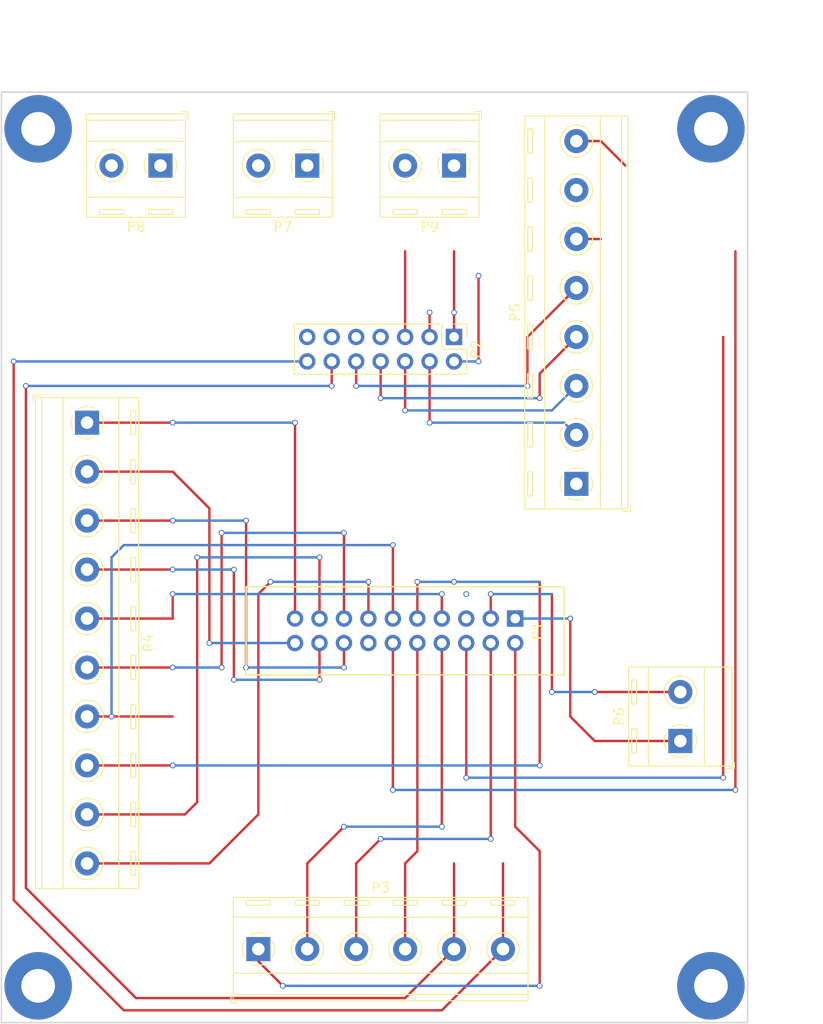
<source format=kicad_pcb>
(kicad_pcb (version 4) (host pcbnew 4.0.7)

  (general
    (links 33)
    (no_connects 13)
    (area 140.894999 59.614999 218.515001 156.285001)
    (thickness 1.6)
    (drawings 6)
    (tracks 178)
    (zones 0)
    (modules 13)
    (nets 34)
  )

  (page A4)
  (layers
    (0 F.Cu signal)
    (31 B.Cu signal)
    (32 B.Adhes user)
    (33 F.Adhes user)
    (34 B.Paste user)
    (35 F.Paste user)
    (36 B.SilkS user)
    (37 F.SilkS user)
    (38 B.Mask user)
    (39 F.Mask user)
    (40 Dwgs.User user)
    (41 Cmts.User user)
    (42 Eco1.User user)
    (43 Eco2.User user)
    (44 Edge.Cuts user)
    (45 Margin user)
    (46 B.CrtYd user)
    (47 F.CrtYd user)
    (48 B.Fab user)
    (49 F.Fab user)
  )

  (setup
    (last_trace_width 0.25)
    (trace_clearance 0.2)
    (zone_clearance 0.508)
    (zone_45_only no)
    (trace_min 0.2)
    (segment_width 0.2)
    (edge_width 0.15)
    (via_size 0.6)
    (via_drill 0.4)
    (via_min_size 0.4)
    (via_min_drill 0.3)
    (uvia_size 0.3)
    (uvia_drill 0.1)
    (uvias_allowed no)
    (uvia_min_size 0.2)
    (uvia_min_drill 0.1)
    (pcb_text_width 0.3)
    (pcb_text_size 1.5 1.5)
    (mod_edge_width 0.15)
    (mod_text_size 1 1)
    (mod_text_width 0.15)
    (pad_size 1.524 1.524)
    (pad_drill 0.762)
    (pad_to_mask_clearance 0.2)
    (aux_axis_origin 0 0)
    (visible_elements 7FFFFF7F)
    (pcbplotparams
      (layerselection 0x00030_80000001)
      (usegerberextensions false)
      (excludeedgelayer true)
      (linewidth 0.100000)
      (plotframeref false)
      (viasonmask false)
      (mode 1)
      (useauxorigin false)
      (hpglpennumber 1)
      (hpglpenspeed 20)
      (hpglpendiameter 15)
      (hpglpenoverlay 2)
      (psnegative false)
      (psa4output false)
      (plotreference true)
      (plotvalue true)
      (plotinvisibletext false)
      (padsonsilk false)
      (subtractmaskfromsilk false)
      (outputformat 1)
      (mirror false)
      (drillshape 1)
      (scaleselection 1)
      (outputdirectory ""))
  )

  (net 0 "")
  (net 1 CAN_H)
  (net 2 HVPL_1)
  (net 3 CAN_L)
  (net 4 HVPL_2)
  (net 5 NC)
  (net 6 HVPL_Cock)
  (net 7 APPS1_10)
  (net 8 HVPL_1_RTN)
  (net 9 APPS2_5)
  (net 10 HVPL_2_RTN)
  (net 11 APPS1_RTN)
  (net 12 HVPL_Cock_RTN)
  (net 13 RTN_GLV)
  (net 14 APPS1)
  (net 15 BP)
  (net 16 APPS2)
  (net 17 BOT)
  (net 18 Brake_24A)
  (net 19 Brake_24B)
  (net 20 CH_GND)
  (net 21 CC_LED)
  (net 22 LV_RTN)
  (net 23 IMD_Fault_LED)
  (net 24 24LV)
  (net 25 Drive_BTN_+5)
  (net 26 AIRs+)
  (net 27 Drive_BTN)
  (net 28 AIRs-)
  (net 29 Drive_LED)
  (net 30 IMD_Status)
  (net 31 RTDS)
  (net 32 IMD_PWM)
  (net 33 RTDS_RTN)

  (net_class Default "This is the default net class."
    (clearance 0.2)
    (trace_width 0.25)
    (via_dia 0.6)
    (via_drill 0.4)
    (uvia_dia 0.3)
    (uvia_drill 0.1)
    (add_net 24LV)
    (add_net AIRs+)
    (add_net AIRs-)
    (add_net APPS1)
    (add_net APPS1_10)
    (add_net APPS1_RTN)
    (add_net APPS2)
    (add_net APPS2_5)
    (add_net BOT)
    (add_net BP)
    (add_net Brake_24A)
    (add_net Brake_24B)
    (add_net CAN_H)
    (add_net CAN_L)
    (add_net CC_LED)
    (add_net CH_GND)
    (add_net Drive_BTN)
    (add_net Drive_BTN_+5)
    (add_net Drive_LED)
    (add_net HVPL_1)
    (add_net HVPL_1_RTN)
    (add_net HVPL_2)
    (add_net HVPL_2_RTN)
    (add_net HVPL_Cock)
    (add_net HVPL_Cock_RTN)
    (add_net IMD_Fault_LED)
    (add_net IMD_PWM)
    (add_net IMD_Status)
    (add_net LV_RTN)
    (add_net NC)
    (add_net RTDS)
    (add_net RTDS_RTN)
    (add_net RTN_GLV)
  )

  (module TerminalBlock_RND:TerminalBlock_RND_205-00291_1x06_P5.08mm_Horizontal placed (layer F.Cu) (tedit 5A7BBD2A) (tstamp 5A83D8EB)
    (at 167.64 148.59)
    (descr "terminal block RND 205-00291, 6 pins, pitch 5.08mm, size 30.479999999999997x10.6mm^2, drill diamater 1.3mm, pad diameter 2.5mm, see http://cdn-reichelt.de/documents/datenblatt/C151/RND_205-00287_DB_EN.pdf, script-generated using https://github.com/pointhi/kicad-footprint-generator/scripts/TerminalBlock_RND")
    (tags "THT terminal block RND 205-00291 pitch 5.08mm size 30.479999999999997x10.6mm^2 drill 1.3mm pad 2.5mm")
    (path /5A77AB92)
    (fp_text reference P3 (at 12.7 -6.36) (layer F.SilkS)
      (effects (font (size 1 1) (thickness 0.15)))
    )
    (fp_text value CONN_01X06 (at 12.7 6.36) (layer F.Fab) hide
      (effects (font (size 1 1) (thickness 0.15)))
    )
    (fp_arc (start 0 0) (end 0 1.68) (angle -28) (layer F.SilkS) (width 0.12))
    (fp_arc (start 0 0) (end 1.484 0.789) (angle -56) (layer F.SilkS) (width 0.12))
    (fp_arc (start 0 0) (end 0.789 -1.484) (angle -56) (layer F.SilkS) (width 0.12))
    (fp_arc (start 0 0) (end -1.484 -0.789) (angle -56) (layer F.SilkS) (width 0.12))
    (fp_arc (start 0 0) (end -0.789 1.484) (angle -29) (layer F.SilkS) (width 0.12))
    (fp_circle (center 0 0) (end 1.5 0) (layer F.Fab) (width 0.1))
    (fp_circle (center 5.08 0) (end 6.58 0) (layer F.Fab) (width 0.1))
    (fp_circle (center 5.08 0) (end 6.76 0) (layer F.SilkS) (width 0.12))
    (fp_circle (center 10.16 0) (end 11.66 0) (layer F.Fab) (width 0.1))
    (fp_circle (center 10.16 0) (end 11.84 0) (layer F.SilkS) (width 0.12))
    (fp_circle (center 15.24 0) (end 16.74 0) (layer F.Fab) (width 0.1))
    (fp_circle (center 15.24 0) (end 16.92 0) (layer F.SilkS) (width 0.12))
    (fp_circle (center 20.32 0) (end 21.82 0) (layer F.Fab) (width 0.1))
    (fp_circle (center 20.32 0) (end 22 0) (layer F.SilkS) (width 0.12))
    (fp_circle (center 25.4 0) (end 26.9 0) (layer F.Fab) (width 0.1))
    (fp_circle (center 25.4 0) (end 27.08 0) (layer F.SilkS) (width 0.12))
    (fp_line (start -2.54 -5.3) (end 27.94 -5.3) (layer F.Fab) (width 0.1))
    (fp_line (start 27.94 -5.3) (end 27.94 5.3) (layer F.Fab) (width 0.1))
    (fp_line (start 27.94 5.3) (end -1.94 5.3) (layer F.Fab) (width 0.1))
    (fp_line (start -1.94 5.3) (end -2.54 4.7) (layer F.Fab) (width 0.1))
    (fp_line (start -2.54 4.7) (end -2.54 -5.3) (layer F.Fab) (width 0.1))
    (fp_line (start -2.54 4.7) (end 27.94 4.7) (layer F.Fab) (width 0.1))
    (fp_line (start -2.6 4.7) (end 28 4.7) (layer F.SilkS) (width 0.12))
    (fp_line (start -2.54 2.5) (end 27.94 2.5) (layer F.Fab) (width 0.1))
    (fp_line (start -2.6 2.5) (end 28 2.5) (layer F.SilkS) (width 0.12))
    (fp_line (start -2.54 -3.3) (end 27.94 -3.3) (layer F.Fab) (width 0.1))
    (fp_line (start -2.6 -3.3) (end 28 -3.3) (layer F.SilkS) (width 0.12))
    (fp_line (start -2.6 -5.36) (end 28 -5.36) (layer F.SilkS) (width 0.12))
    (fp_line (start -2.6 5.36) (end 28 5.36) (layer F.SilkS) (width 0.12))
    (fp_line (start -2.6 -5.36) (end -2.6 5.36) (layer F.SilkS) (width 0.12))
    (fp_line (start 28 -5.36) (end 28 5.36) (layer F.SilkS) (width 0.12))
    (fp_line (start 1.138 -0.955) (end -0.955 1.138) (layer F.Fab) (width 0.1))
    (fp_line (start 0.955 -1.138) (end -1.138 0.955) (layer F.Fab) (width 0.1))
    (fp_line (start -1.25 -5.05) (end -1.25 -4.55) (layer F.Fab) (width 0.1))
    (fp_line (start -1.25 -4.55) (end 1.25 -4.55) (layer F.Fab) (width 0.1))
    (fp_line (start 1.25 -4.55) (end 1.25 -5.05) (layer F.Fab) (width 0.1))
    (fp_line (start 1.25 -5.05) (end -1.25 -5.05) (layer F.Fab) (width 0.1))
    (fp_line (start -1.25 -5.05) (end 1.25 -5.05) (layer F.SilkS) (width 0.12))
    (fp_line (start -1.25 -4.55) (end 1.25 -4.55) (layer F.SilkS) (width 0.12))
    (fp_line (start -1.25 -5.05) (end -1.25 -4.55) (layer F.SilkS) (width 0.12))
    (fp_line (start 1.25 -5.05) (end 1.25 -4.55) (layer F.SilkS) (width 0.12))
    (fp_line (start 6.218 -0.955) (end 4.126 1.138) (layer F.Fab) (width 0.1))
    (fp_line (start 6.035 -1.138) (end 3.943 0.955) (layer F.Fab) (width 0.1))
    (fp_line (start 6.355 -1.069) (end 6.261 -0.976) (layer F.SilkS) (width 0.12))
    (fp_line (start 4.07 1.216) (end 4.011 1.274) (layer F.SilkS) (width 0.12))
    (fp_line (start 6.15 -1.275) (end 6.091 -1.216) (layer F.SilkS) (width 0.12))
    (fp_line (start 3.9 0.976) (end 3.806 1.069) (layer F.SilkS) (width 0.12))
    (fp_line (start 3.83 -5.05) (end 3.83 -4.55) (layer F.Fab) (width 0.1))
    (fp_line (start 3.83 -4.55) (end 6.33 -4.55) (layer F.Fab) (width 0.1))
    (fp_line (start 6.33 -4.55) (end 6.33 -5.05) (layer F.Fab) (width 0.1))
    (fp_line (start 6.33 -5.05) (end 3.83 -5.05) (layer F.Fab) (width 0.1))
    (fp_line (start 3.83 -5.05) (end 6.33 -5.05) (layer F.SilkS) (width 0.12))
    (fp_line (start 3.83 -4.55) (end 6.33 -4.55) (layer F.SilkS) (width 0.12))
    (fp_line (start 3.83 -5.05) (end 3.83 -4.55) (layer F.SilkS) (width 0.12))
    (fp_line (start 6.33 -5.05) (end 6.33 -4.55) (layer F.SilkS) (width 0.12))
    (fp_line (start 11.298 -0.955) (end 9.206 1.138) (layer F.Fab) (width 0.1))
    (fp_line (start 11.115 -1.138) (end 9.023 0.955) (layer F.Fab) (width 0.1))
    (fp_line (start 11.435 -1.069) (end 11.341 -0.976) (layer F.SilkS) (width 0.12))
    (fp_line (start 9.15 1.216) (end 9.091 1.274) (layer F.SilkS) (width 0.12))
    (fp_line (start 11.23 -1.275) (end 11.171 -1.216) (layer F.SilkS) (width 0.12))
    (fp_line (start 8.98 0.976) (end 8.886 1.069) (layer F.SilkS) (width 0.12))
    (fp_line (start 8.91 -5.05) (end 8.91 -4.55) (layer F.Fab) (width 0.1))
    (fp_line (start 8.91 -4.55) (end 11.41 -4.55) (layer F.Fab) (width 0.1))
    (fp_line (start 11.41 -4.55) (end 11.41 -5.05) (layer F.Fab) (width 0.1))
    (fp_line (start 11.41 -5.05) (end 8.91 -5.05) (layer F.Fab) (width 0.1))
    (fp_line (start 8.91 -5.05) (end 11.41 -5.05) (layer F.SilkS) (width 0.12))
    (fp_line (start 8.91 -4.55) (end 11.41 -4.55) (layer F.SilkS) (width 0.12))
    (fp_line (start 8.91 -5.05) (end 8.91 -4.55) (layer F.SilkS) (width 0.12))
    (fp_line (start 11.41 -5.05) (end 11.41 -4.55) (layer F.SilkS) (width 0.12))
    (fp_line (start 16.378 -0.955) (end 14.286 1.138) (layer F.Fab) (width 0.1))
    (fp_line (start 16.195 -1.138) (end 14.103 0.955) (layer F.Fab) (width 0.1))
    (fp_line (start 16.515 -1.069) (end 16.421 -0.976) (layer F.SilkS) (width 0.12))
    (fp_line (start 14.23 1.216) (end 14.171 1.274) (layer F.SilkS) (width 0.12))
    (fp_line (start 16.31 -1.275) (end 16.251 -1.216) (layer F.SilkS) (width 0.12))
    (fp_line (start 14.06 0.976) (end 13.966 1.069) (layer F.SilkS) (width 0.12))
    (fp_line (start 13.99 -5.05) (end 13.99 -4.55) (layer F.Fab) (width 0.1))
    (fp_line (start 13.99 -4.55) (end 16.49 -4.55) (layer F.Fab) (width 0.1))
    (fp_line (start 16.49 -4.55) (end 16.49 -5.05) (layer F.Fab) (width 0.1))
    (fp_line (start 16.49 -5.05) (end 13.99 -5.05) (layer F.Fab) (width 0.1))
    (fp_line (start 13.99 -5.05) (end 16.49 -5.05) (layer F.SilkS) (width 0.12))
    (fp_line (start 13.99 -4.55) (end 16.49 -4.55) (layer F.SilkS) (width 0.12))
    (fp_line (start 13.99 -5.05) (end 13.99 -4.55) (layer F.SilkS) (width 0.12))
    (fp_line (start 16.49 -5.05) (end 16.49 -4.55) (layer F.SilkS) (width 0.12))
    (fp_line (start 21.458 -0.955) (end 19.366 1.138) (layer F.Fab) (width 0.1))
    (fp_line (start 21.275 -1.138) (end 19.183 0.955) (layer F.Fab) (width 0.1))
    (fp_line (start 21.595 -1.069) (end 21.501 -0.976) (layer F.SilkS) (width 0.12))
    (fp_line (start 19.31 1.216) (end 19.251 1.274) (layer F.SilkS) (width 0.12))
    (fp_line (start 21.39 -1.275) (end 21.331 -1.216) (layer F.SilkS) (width 0.12))
    (fp_line (start 19.14 0.976) (end 19.046 1.069) (layer F.SilkS) (width 0.12))
    (fp_line (start 19.07 -5.05) (end 19.07 -4.55) (layer F.Fab) (width 0.1))
    (fp_line (start 19.07 -4.55) (end 21.57 -4.55) (layer F.Fab) (width 0.1))
    (fp_line (start 21.57 -4.55) (end 21.57 -5.05) (layer F.Fab) (width 0.1))
    (fp_line (start 21.57 -5.05) (end 19.07 -5.05) (layer F.Fab) (width 0.1))
    (fp_line (start 19.07 -5.05) (end 21.57 -5.05) (layer F.SilkS) (width 0.12))
    (fp_line (start 19.07 -4.55) (end 21.57 -4.55) (layer F.SilkS) (width 0.12))
    (fp_line (start 19.07 -5.05) (end 19.07 -4.55) (layer F.SilkS) (width 0.12))
    (fp_line (start 21.57 -5.05) (end 21.57 -4.55) (layer F.SilkS) (width 0.12))
    (fp_line (start 26.538 -0.955) (end 24.446 1.138) (layer F.Fab) (width 0.1))
    (fp_line (start 26.355 -1.138) (end 24.263 0.955) (layer F.Fab) (width 0.1))
    (fp_line (start 26.675 -1.069) (end 26.581 -0.976) (layer F.SilkS) (width 0.12))
    (fp_line (start 24.39 1.216) (end 24.331 1.274) (layer F.SilkS) (width 0.12))
    (fp_line (start 26.47 -1.275) (end 26.411 -1.216) (layer F.SilkS) (width 0.12))
    (fp_line (start 24.22 0.976) (end 24.126 1.069) (layer F.SilkS) (width 0.12))
    (fp_line (start 24.15 -5.05) (end 24.15 -4.55) (layer F.Fab) (width 0.1))
    (fp_line (start 24.15 -4.55) (end 26.65 -4.55) (layer F.Fab) (width 0.1))
    (fp_line (start 26.65 -4.55) (end 26.65 -5.05) (layer F.Fab) (width 0.1))
    (fp_line (start 26.65 -5.05) (end 24.15 -5.05) (layer F.Fab) (width 0.1))
    (fp_line (start 24.15 -5.05) (end 26.65 -5.05) (layer F.SilkS) (width 0.12))
    (fp_line (start 24.15 -4.55) (end 26.65 -4.55) (layer F.SilkS) (width 0.12))
    (fp_line (start 24.15 -5.05) (end 24.15 -4.55) (layer F.SilkS) (width 0.12))
    (fp_line (start 26.65 -5.05) (end 26.65 -4.55) (layer F.SilkS) (width 0.12))
    (fp_line (start -2.84 4.76) (end -2.84 5.6) (layer F.SilkS) (width 0.12))
    (fp_line (start -2.84 5.6) (end -2.24 5.6) (layer F.SilkS) (width 0.12))
    (fp_line (start -3.05 -5.8) (end -3.05 5.8) (layer F.CrtYd) (width 0.05))
    (fp_line (start -3.05 5.8) (end 28.45 5.8) (layer F.CrtYd) (width 0.05))
    (fp_line (start 28.45 5.8) (end 28.45 -5.8) (layer F.CrtYd) (width 0.05))
    (fp_line (start 28.45 -5.8) (end -3.05 -5.8) (layer F.CrtYd) (width 0.05))
    (fp_text user W23 (at -3.81 0 90) (layer F.Fab)
      (effects (font (size 1 1) (thickness 0.15)))
    )
    (pad 1 thru_hole rect (at 0 0) (size 2.5 2.5) (drill 1.3) (layers *.Cu *.Mask)
      (net 2 HVPL_1))
    (pad 2 thru_hole circle (at 5.08 0) (size 2.5 2.5) (drill 1.3) (layers *.Cu *.Mask)
      (net 8 HVPL_1_RTN))
    (pad 3 thru_hole circle (at 10.16 0) (size 2.5 2.5) (drill 1.3) (layers *.Cu *.Mask)
      (net 4 HVPL_2))
    (pad 4 thru_hole circle (at 15.24 0) (size 2.5 2.5) (drill 1.3) (layers *.Cu *.Mask)
      (net 10 HVPL_2_RTN))
    (pad 5 thru_hole circle (at 20.32 0) (size 2.5 2.5) (drill 1.3) (layers *.Cu *.Mask)
      (net 31 RTDS))
    (pad 6 thru_hole circle (at 25.4 0) (size 2.5 2.5) (drill 1.3) (layers *.Cu *.Mask)
      (net 33 RTDS_RTN))
    (model ${KISYS3DMOD}/TerminalBlock_RND.3dshapes/TerminalBlock_RND_205-00291_1x06_P5.08mm_Horizontal.wrl
      (at (xyz 0 0 0))
      (scale (xyz 1 1 1))
      (rotate (xyz 0 0 0))
    )
  )

  (module Connector_PinHeader_2.54mm:PinHeader_2x07_P2.54mm_Vertical placed (layer F.Cu) (tedit 5A7BBC09) (tstamp 5A83D86B)
    (at 187.96 85.09 270)
    (descr "Through hole straight pin header, 2x07, 2.54mm pitch, double rows")
    (tags "Through hole pin header THT 2x07 2.54mm double row")
    (path /5A762C5D)
    (fp_text reference P2 (at 1.27 -2.33 270) (layer F.SilkS)
      (effects (font (size 1 1) (thickness 0.15)))
    )
    (fp_text value CONN_02X07 (at 1.27 17.57 270) (layer F.Fab) hide
      (effects (font (size 1 1) (thickness 0.15)))
    )
    (fp_line (start 0 -1.27) (end 3.81 -1.27) (layer F.Fab) (width 0.1))
    (fp_line (start 3.81 -1.27) (end 3.81 16.51) (layer F.Fab) (width 0.1))
    (fp_line (start 3.81 16.51) (end -1.27 16.51) (layer F.Fab) (width 0.1))
    (fp_line (start -1.27 16.51) (end -1.27 0) (layer F.Fab) (width 0.1))
    (fp_line (start -1.27 0) (end 0 -1.27) (layer F.Fab) (width 0.1))
    (fp_line (start -1.33 16.57) (end 3.87 16.57) (layer F.SilkS) (width 0.12))
    (fp_line (start -1.33 1.27) (end -1.33 16.57) (layer F.SilkS) (width 0.12))
    (fp_line (start 3.87 -1.33) (end 3.87 16.57) (layer F.SilkS) (width 0.12))
    (fp_line (start -1.33 1.27) (end 1.27 1.27) (layer F.SilkS) (width 0.12))
    (fp_line (start 1.27 1.27) (end 1.27 -1.33) (layer F.SilkS) (width 0.12))
    (fp_line (start 1.27 -1.33) (end 3.87 -1.33) (layer F.SilkS) (width 0.12))
    (fp_line (start -1.33 0) (end -1.33 -1.33) (layer F.SilkS) (width 0.12))
    (fp_line (start -1.33 -1.33) (end 0 -1.33) (layer F.SilkS) (width 0.12))
    (fp_line (start -1.8 -1.8) (end -1.8 17.05) (layer F.CrtYd) (width 0.05))
    (fp_line (start -1.8 17.05) (end 4.35 17.05) (layer F.CrtYd) (width 0.05))
    (fp_line (start 4.35 17.05) (end 4.35 -1.8) (layer F.CrtYd) (width 0.05))
    (fp_line (start 4.35 -1.8) (end -1.8 -1.8) (layer F.CrtYd) (width 0.05))
    (fp_text user %R (at 1.27 7.62 360) (layer F.Fab)
      (effects (font (size 1 1) (thickness 0.15)))
    )
    (pad 1 thru_hole rect (at 0 0 270) (size 1.7 1.7) (drill 1) (layers *.Cu *.Mask)
      (net 20 CH_GND))
    (pad 2 thru_hole oval (at 2.54 0 270) (size 1.7 1.7) (drill 1) (layers *.Cu *.Mask)
      (net 21 CC_LED))
    (pad 3 thru_hole oval (at 0 2.54 270) (size 1.7 1.7) (drill 1) (layers *.Cu *.Mask)
      (net 22 LV_RTN))
    (pad 4 thru_hole oval (at 2.54 2.54 270) (size 1.7 1.7) (drill 1) (layers *.Cu *.Mask)
      (net 23 IMD_Fault_LED))
    (pad 5 thru_hole oval (at 0 5.08 270) (size 1.7 1.7) (drill 1) (layers *.Cu *.Mask)
      (net 24 24LV))
    (pad 6 thru_hole oval (at 2.54 5.08 270) (size 1.7 1.7) (drill 1) (layers *.Cu *.Mask)
      (net 25 Drive_BTN_+5))
    (pad 7 thru_hole oval (at 0 7.62 270) (size 1.7 1.7) (drill 1) (layers *.Cu *.Mask)
      (net 26 AIRs+))
    (pad 8 thru_hole oval (at 2.54 7.62 270) (size 1.7 1.7) (drill 1) (layers *.Cu *.Mask)
      (net 27 Drive_BTN))
    (pad 9 thru_hole oval (at 0 10.16 270) (size 1.7 1.7) (drill 1) (layers *.Cu *.Mask)
      (net 28 AIRs-))
    (pad 10 thru_hole oval (at 2.54 10.16 270) (size 1.7 1.7) (drill 1) (layers *.Cu *.Mask)
      (net 29 Drive_LED))
    (pad 11 thru_hole oval (at 0 12.7 270) (size 1.7 1.7) (drill 1) (layers *.Cu *.Mask)
      (net 30 IMD_Status))
    (pad 12 thru_hole oval (at 2.54 12.7 270) (size 1.7 1.7) (drill 1) (layers *.Cu *.Mask)
      (net 31 RTDS))
    (pad 13 thru_hole oval (at 0 15.24 270) (size 1.7 1.7) (drill 1) (layers *.Cu *.Mask)
      (net 32 IMD_PWM))
    (pad 14 thru_hole oval (at 2.54 15.24 270) (size 1.7 1.7) (drill 1) (layers *.Cu *.Mask)
      (net 33 RTDS_RTN))
    (model ${KISYS3DMOD}/Connector_PinHeader_2.54mm.3dshapes/PinHeader_2x07_P2.54mm_Vertical.wrl
      (at (xyz 0 0 0))
      (scale (xyz 1 1 1))
      (rotate (xyz 0 0 0))
    )
  )

  (module TerminalBlock_RND:TerminalBlock_RND_205-00295_1x10_P5.08mm_Horizontal placed (layer F.Cu) (tedit 5A7BBF24) (tstamp 5A83D9AF)
    (at 149.86 93.98 270)
    (descr "terminal block RND 205-00295, 10 pins, pitch 5.08mm, size 50.8x10.6mm^2, drill diamater 1.3mm, pad diameter 2.5mm, see http://cdn-reichelt.de/documents/datenblatt/C151/RND_205-00287_DB_EN.pdf, script-generated using https://github.com/pointhi/kicad-footprint-generator/scripts/TerminalBlock_RND")
    (tags "THT terminal block RND 205-00295 pitch 5.08mm size 50.8x10.6mm^2 drill 1.3mm pad 2.5mm")
    (path /5A763DB3)
    (fp_text reference P4 (at 22.86 -6.36 270) (layer F.SilkS)
      (effects (font (size 1 1) (thickness 0.15)))
    )
    (fp_text value CONN_01X10 (at 22.86 6.36 270) (layer F.Fab) hide
      (effects (font (size 1 1) (thickness 0.15)))
    )
    (fp_arc (start 0 0) (end 0 1.68) (angle -28) (layer F.SilkS) (width 0.12))
    (fp_arc (start 0 0) (end 1.484 0.789) (angle -56) (layer F.SilkS) (width 0.12))
    (fp_arc (start 0 0) (end 0.789 -1.484) (angle -56) (layer F.SilkS) (width 0.12))
    (fp_arc (start 0 0) (end -1.484 -0.789) (angle -56) (layer F.SilkS) (width 0.12))
    (fp_arc (start 0 0) (end -0.789 1.484) (angle -29) (layer F.SilkS) (width 0.12))
    (fp_circle (center 0 0) (end 1.5 0) (layer F.Fab) (width 0.1))
    (fp_circle (center 5.08 0) (end 6.58 0) (layer F.Fab) (width 0.1))
    (fp_circle (center 5.08 0) (end 6.76 0) (layer F.SilkS) (width 0.12))
    (fp_circle (center 10.16 0) (end 11.66 0) (layer F.Fab) (width 0.1))
    (fp_circle (center 10.16 0) (end 11.84 0) (layer F.SilkS) (width 0.12))
    (fp_circle (center 15.24 0) (end 16.74 0) (layer F.Fab) (width 0.1))
    (fp_circle (center 15.24 0) (end 16.92 0) (layer F.SilkS) (width 0.12))
    (fp_circle (center 20.32 0) (end 21.82 0) (layer F.Fab) (width 0.1))
    (fp_circle (center 20.32 0) (end 22 0) (layer F.SilkS) (width 0.12))
    (fp_circle (center 25.4 0) (end 26.9 0) (layer F.Fab) (width 0.1))
    (fp_circle (center 25.4 0) (end 27.08 0) (layer F.SilkS) (width 0.12))
    (fp_circle (center 30.48 0) (end 31.98 0) (layer F.Fab) (width 0.1))
    (fp_circle (center 30.48 0) (end 32.16 0) (layer F.SilkS) (width 0.12))
    (fp_circle (center 35.56 0) (end 37.06 0) (layer F.Fab) (width 0.1))
    (fp_circle (center 35.56 0) (end 37.24 0) (layer F.SilkS) (width 0.12))
    (fp_circle (center 40.64 0) (end 42.14 0) (layer F.Fab) (width 0.1))
    (fp_circle (center 40.64 0) (end 42.32 0) (layer F.SilkS) (width 0.12))
    (fp_circle (center 45.72 0) (end 47.22 0) (layer F.Fab) (width 0.1))
    (fp_circle (center 45.72 0) (end 47.4 0) (layer F.SilkS) (width 0.12))
    (fp_line (start -2.54 -5.3) (end 48.26 -5.3) (layer F.Fab) (width 0.1))
    (fp_line (start 48.26 -5.3) (end 48.26 5.3) (layer F.Fab) (width 0.1))
    (fp_line (start 48.26 5.3) (end -1.94 5.3) (layer F.Fab) (width 0.1))
    (fp_line (start -1.94 5.3) (end -2.54 4.7) (layer F.Fab) (width 0.1))
    (fp_line (start -2.54 4.7) (end -2.54 -5.3) (layer F.Fab) (width 0.1))
    (fp_line (start -2.54 4.7) (end 48.26 4.7) (layer F.Fab) (width 0.1))
    (fp_line (start -2.6 4.7) (end 48.32 4.7) (layer F.SilkS) (width 0.12))
    (fp_line (start -2.54 2.5) (end 48.26 2.5) (layer F.Fab) (width 0.1))
    (fp_line (start -2.6 2.5) (end 48.32 2.5) (layer F.SilkS) (width 0.12))
    (fp_line (start -2.54 -3.3) (end 48.26 -3.3) (layer F.Fab) (width 0.1))
    (fp_line (start -2.6 -3.3) (end 48.32 -3.3) (layer F.SilkS) (width 0.12))
    (fp_line (start -2.6 -5.36) (end 48.32 -5.36) (layer F.SilkS) (width 0.12))
    (fp_line (start -2.6 5.36) (end 48.32 5.36) (layer F.SilkS) (width 0.12))
    (fp_line (start -2.6 -5.36) (end -2.6 5.36) (layer F.SilkS) (width 0.12))
    (fp_line (start 48.32 -5.36) (end 48.32 5.36) (layer F.SilkS) (width 0.12))
    (fp_line (start 1.138 -0.955) (end -0.955 1.138) (layer F.Fab) (width 0.1))
    (fp_line (start 0.955 -1.138) (end -1.138 0.955) (layer F.Fab) (width 0.1))
    (fp_line (start -1.25 -5.05) (end -1.25 -4.55) (layer F.Fab) (width 0.1))
    (fp_line (start -1.25 -4.55) (end 1.25 -4.55) (layer F.Fab) (width 0.1))
    (fp_line (start 1.25 -4.55) (end 1.25 -5.05) (layer F.Fab) (width 0.1))
    (fp_line (start 1.25 -5.05) (end -1.25 -5.05) (layer F.Fab) (width 0.1))
    (fp_line (start -1.25 -5.05) (end 1.25 -5.05) (layer F.SilkS) (width 0.12))
    (fp_line (start -1.25 -4.55) (end 1.25 -4.55) (layer F.SilkS) (width 0.12))
    (fp_line (start -1.25 -5.05) (end -1.25 -4.55) (layer F.SilkS) (width 0.12))
    (fp_line (start 1.25 -5.05) (end 1.25 -4.55) (layer F.SilkS) (width 0.12))
    (fp_line (start 6.218 -0.955) (end 4.126 1.138) (layer F.Fab) (width 0.1))
    (fp_line (start 6.035 -1.138) (end 3.943 0.955) (layer F.Fab) (width 0.1))
    (fp_line (start 6.355 -1.069) (end 6.261 -0.976) (layer F.SilkS) (width 0.12))
    (fp_line (start 4.07 1.216) (end 4.011 1.274) (layer F.SilkS) (width 0.12))
    (fp_line (start 6.15 -1.275) (end 6.091 -1.216) (layer F.SilkS) (width 0.12))
    (fp_line (start 3.9 0.976) (end 3.806 1.069) (layer F.SilkS) (width 0.12))
    (fp_line (start 3.83 -5.05) (end 3.83 -4.55) (layer F.Fab) (width 0.1))
    (fp_line (start 3.83 -4.55) (end 6.33 -4.55) (layer F.Fab) (width 0.1))
    (fp_line (start 6.33 -4.55) (end 6.33 -5.05) (layer F.Fab) (width 0.1))
    (fp_line (start 6.33 -5.05) (end 3.83 -5.05) (layer F.Fab) (width 0.1))
    (fp_line (start 3.83 -5.05) (end 6.33 -5.05) (layer F.SilkS) (width 0.12))
    (fp_line (start 3.83 -4.55) (end 6.33 -4.55) (layer F.SilkS) (width 0.12))
    (fp_line (start 3.83 -5.05) (end 3.83 -4.55) (layer F.SilkS) (width 0.12))
    (fp_line (start 6.33 -5.05) (end 6.33 -4.55) (layer F.SilkS) (width 0.12))
    (fp_line (start 11.298 -0.955) (end 9.206 1.138) (layer F.Fab) (width 0.1))
    (fp_line (start 11.115 -1.138) (end 9.023 0.955) (layer F.Fab) (width 0.1))
    (fp_line (start 11.435 -1.069) (end 11.341 -0.976) (layer F.SilkS) (width 0.12))
    (fp_line (start 9.15 1.216) (end 9.091 1.274) (layer F.SilkS) (width 0.12))
    (fp_line (start 11.23 -1.275) (end 11.171 -1.216) (layer F.SilkS) (width 0.12))
    (fp_line (start 8.98 0.976) (end 8.886 1.069) (layer F.SilkS) (width 0.12))
    (fp_line (start 8.91 -5.05) (end 8.91 -4.55) (layer F.Fab) (width 0.1))
    (fp_line (start 8.91 -4.55) (end 11.41 -4.55) (layer F.Fab) (width 0.1))
    (fp_line (start 11.41 -4.55) (end 11.41 -5.05) (layer F.Fab) (width 0.1))
    (fp_line (start 11.41 -5.05) (end 8.91 -5.05) (layer F.Fab) (width 0.1))
    (fp_line (start 8.91 -5.05) (end 11.41 -5.05) (layer F.SilkS) (width 0.12))
    (fp_line (start 8.91 -4.55) (end 11.41 -4.55) (layer F.SilkS) (width 0.12))
    (fp_line (start 8.91 -5.05) (end 8.91 -4.55) (layer F.SilkS) (width 0.12))
    (fp_line (start 11.41 -5.05) (end 11.41 -4.55) (layer F.SilkS) (width 0.12))
    (fp_line (start 16.378 -0.955) (end 14.286 1.138) (layer F.Fab) (width 0.1))
    (fp_line (start 16.195 -1.138) (end 14.103 0.955) (layer F.Fab) (width 0.1))
    (fp_line (start 16.515 -1.069) (end 16.421 -0.976) (layer F.SilkS) (width 0.12))
    (fp_line (start 14.23 1.216) (end 14.171 1.274) (layer F.SilkS) (width 0.12))
    (fp_line (start 16.31 -1.275) (end 16.251 -1.216) (layer F.SilkS) (width 0.12))
    (fp_line (start 14.06 0.976) (end 13.966 1.069) (layer F.SilkS) (width 0.12))
    (fp_line (start 13.99 -5.05) (end 13.99 -4.55) (layer F.Fab) (width 0.1))
    (fp_line (start 13.99 -4.55) (end 16.49 -4.55) (layer F.Fab) (width 0.1))
    (fp_line (start 16.49 -4.55) (end 16.49 -5.05) (layer F.Fab) (width 0.1))
    (fp_line (start 16.49 -5.05) (end 13.99 -5.05) (layer F.Fab) (width 0.1))
    (fp_line (start 13.99 -5.05) (end 16.49 -5.05) (layer F.SilkS) (width 0.12))
    (fp_line (start 13.99 -4.55) (end 16.49 -4.55) (layer F.SilkS) (width 0.12))
    (fp_line (start 13.99 -5.05) (end 13.99 -4.55) (layer F.SilkS) (width 0.12))
    (fp_line (start 16.49 -5.05) (end 16.49 -4.55) (layer F.SilkS) (width 0.12))
    (fp_line (start 21.458 -0.955) (end 19.366 1.138) (layer F.Fab) (width 0.1))
    (fp_line (start 21.275 -1.138) (end 19.183 0.955) (layer F.Fab) (width 0.1))
    (fp_line (start 21.595 -1.069) (end 21.501 -0.976) (layer F.SilkS) (width 0.12))
    (fp_line (start 19.31 1.216) (end 19.251 1.274) (layer F.SilkS) (width 0.12))
    (fp_line (start 21.39 -1.275) (end 21.331 -1.216) (layer F.SilkS) (width 0.12))
    (fp_line (start 19.14 0.976) (end 19.046 1.069) (layer F.SilkS) (width 0.12))
    (fp_line (start 19.07 -5.05) (end 19.07 -4.55) (layer F.Fab) (width 0.1))
    (fp_line (start 19.07 -4.55) (end 21.57 -4.55) (layer F.Fab) (width 0.1))
    (fp_line (start 21.57 -4.55) (end 21.57 -5.05) (layer F.Fab) (width 0.1))
    (fp_line (start 21.57 -5.05) (end 19.07 -5.05) (layer F.Fab) (width 0.1))
    (fp_line (start 19.07 -5.05) (end 21.57 -5.05) (layer F.SilkS) (width 0.12))
    (fp_line (start 19.07 -4.55) (end 21.57 -4.55) (layer F.SilkS) (width 0.12))
    (fp_line (start 19.07 -5.05) (end 19.07 -4.55) (layer F.SilkS) (width 0.12))
    (fp_line (start 21.57 -5.05) (end 21.57 -4.55) (layer F.SilkS) (width 0.12))
    (fp_line (start 26.538 -0.955) (end 24.446 1.138) (layer F.Fab) (width 0.1))
    (fp_line (start 26.355 -1.138) (end 24.263 0.955) (layer F.Fab) (width 0.1))
    (fp_line (start 26.675 -1.069) (end 26.581 -0.976) (layer F.SilkS) (width 0.12))
    (fp_line (start 24.39 1.216) (end 24.331 1.274) (layer F.SilkS) (width 0.12))
    (fp_line (start 26.47 -1.275) (end 26.411 -1.216) (layer F.SilkS) (width 0.12))
    (fp_line (start 24.22 0.976) (end 24.126 1.069) (layer F.SilkS) (width 0.12))
    (fp_line (start 24.15 -5.05) (end 24.15 -4.55) (layer F.Fab) (width 0.1))
    (fp_line (start 24.15 -4.55) (end 26.65 -4.55) (layer F.Fab) (width 0.1))
    (fp_line (start 26.65 -4.55) (end 26.65 -5.05) (layer F.Fab) (width 0.1))
    (fp_line (start 26.65 -5.05) (end 24.15 -5.05) (layer F.Fab) (width 0.1))
    (fp_line (start 24.15 -5.05) (end 26.65 -5.05) (layer F.SilkS) (width 0.12))
    (fp_line (start 24.15 -4.55) (end 26.65 -4.55) (layer F.SilkS) (width 0.12))
    (fp_line (start 24.15 -5.05) (end 24.15 -4.55) (layer F.SilkS) (width 0.12))
    (fp_line (start 26.65 -5.05) (end 26.65 -4.55) (layer F.SilkS) (width 0.12))
    (fp_line (start 31.618 -0.955) (end 29.526 1.138) (layer F.Fab) (width 0.1))
    (fp_line (start 31.435 -1.138) (end 29.343 0.955) (layer F.Fab) (width 0.1))
    (fp_line (start 31.755 -1.069) (end 31.661 -0.976) (layer F.SilkS) (width 0.12))
    (fp_line (start 29.47 1.216) (end 29.411 1.274) (layer F.SilkS) (width 0.12))
    (fp_line (start 31.55 -1.275) (end 31.491 -1.216) (layer F.SilkS) (width 0.12))
    (fp_line (start 29.3 0.976) (end 29.206 1.069) (layer F.SilkS) (width 0.12))
    (fp_line (start 29.23 -5.05) (end 29.23 -4.55) (layer F.Fab) (width 0.1))
    (fp_line (start 29.23 -4.55) (end 31.73 -4.55) (layer F.Fab) (width 0.1))
    (fp_line (start 31.73 -4.55) (end 31.73 -5.05) (layer F.Fab) (width 0.1))
    (fp_line (start 31.73 -5.05) (end 29.23 -5.05) (layer F.Fab) (width 0.1))
    (fp_line (start 29.23 -5.05) (end 31.73 -5.05) (layer F.SilkS) (width 0.12))
    (fp_line (start 29.23 -4.55) (end 31.73 -4.55) (layer F.SilkS) (width 0.12))
    (fp_line (start 29.23 -5.05) (end 29.23 -4.55) (layer F.SilkS) (width 0.12))
    (fp_line (start 31.73 -5.05) (end 31.73 -4.55) (layer F.SilkS) (width 0.12))
    (fp_line (start 36.698 -0.955) (end 34.606 1.138) (layer F.Fab) (width 0.1))
    (fp_line (start 36.515 -1.138) (end 34.423 0.955) (layer F.Fab) (width 0.1))
    (fp_line (start 36.835 -1.069) (end 36.741 -0.976) (layer F.SilkS) (width 0.12))
    (fp_line (start 34.55 1.216) (end 34.491 1.274) (layer F.SilkS) (width 0.12))
    (fp_line (start 36.63 -1.275) (end 36.571 -1.216) (layer F.SilkS) (width 0.12))
    (fp_line (start 34.38 0.976) (end 34.286 1.069) (layer F.SilkS) (width 0.12))
    (fp_line (start 34.31 -5.05) (end 34.31 -4.55) (layer F.Fab) (width 0.1))
    (fp_line (start 34.31 -4.55) (end 36.81 -4.55) (layer F.Fab) (width 0.1))
    (fp_line (start 36.81 -4.55) (end 36.81 -5.05) (layer F.Fab) (width 0.1))
    (fp_line (start 36.81 -5.05) (end 34.31 -5.05) (layer F.Fab) (width 0.1))
    (fp_line (start 34.31 -5.05) (end 36.81 -5.05) (layer F.SilkS) (width 0.12))
    (fp_line (start 34.31 -4.55) (end 36.81 -4.55) (layer F.SilkS) (width 0.12))
    (fp_line (start 34.31 -5.05) (end 34.31 -4.55) (layer F.SilkS) (width 0.12))
    (fp_line (start 36.81 -5.05) (end 36.81 -4.55) (layer F.SilkS) (width 0.12))
    (fp_line (start 41.778 -0.955) (end 39.686 1.138) (layer F.Fab) (width 0.1))
    (fp_line (start 41.595 -1.138) (end 39.503 0.955) (layer F.Fab) (width 0.1))
    (fp_line (start 41.915 -1.069) (end 41.821 -0.976) (layer F.SilkS) (width 0.12))
    (fp_line (start 39.63 1.216) (end 39.571 1.274) (layer F.SilkS) (width 0.12))
    (fp_line (start 41.71 -1.275) (end 41.651 -1.216) (layer F.SilkS) (width 0.12))
    (fp_line (start 39.46 0.976) (end 39.366 1.069) (layer F.SilkS) (width 0.12))
    (fp_line (start 39.39 -5.05) (end 39.39 -4.55) (layer F.Fab) (width 0.1))
    (fp_line (start 39.39 -4.55) (end 41.89 -4.55) (layer F.Fab) (width 0.1))
    (fp_line (start 41.89 -4.55) (end 41.89 -5.05) (layer F.Fab) (width 0.1))
    (fp_line (start 41.89 -5.05) (end 39.39 -5.05) (layer F.Fab) (width 0.1))
    (fp_line (start 39.39 -5.05) (end 41.89 -5.05) (layer F.SilkS) (width 0.12))
    (fp_line (start 39.39 -4.55) (end 41.89 -4.55) (layer F.SilkS) (width 0.12))
    (fp_line (start 39.39 -5.05) (end 39.39 -4.55) (layer F.SilkS) (width 0.12))
    (fp_line (start 41.89 -5.05) (end 41.89 -4.55) (layer F.SilkS) (width 0.12))
    (fp_line (start 46.858 -0.955) (end 44.766 1.138) (layer F.Fab) (width 0.1))
    (fp_line (start 46.675 -1.138) (end 44.583 0.955) (layer F.Fab) (width 0.1))
    (fp_line (start 46.995 -1.069) (end 46.901 -0.976) (layer F.SilkS) (width 0.12))
    (fp_line (start 44.71 1.216) (end 44.651 1.274) (layer F.SilkS) (width 0.12))
    (fp_line (start 46.79 -1.275) (end 46.731 -1.216) (layer F.SilkS) (width 0.12))
    (fp_line (start 44.54 0.976) (end 44.446 1.069) (layer F.SilkS) (width 0.12))
    (fp_line (start 44.47 -5.05) (end 44.47 -4.55) (layer F.Fab) (width 0.1))
    (fp_line (start 44.47 -4.55) (end 46.97 -4.55) (layer F.Fab) (width 0.1))
    (fp_line (start 46.97 -4.55) (end 46.97 -5.05) (layer F.Fab) (width 0.1))
    (fp_line (start 46.97 -5.05) (end 44.47 -5.05) (layer F.Fab) (width 0.1))
    (fp_line (start 44.47 -5.05) (end 46.97 -5.05) (layer F.SilkS) (width 0.12))
    (fp_line (start 44.47 -4.55) (end 46.97 -4.55) (layer F.SilkS) (width 0.12))
    (fp_line (start 44.47 -5.05) (end 44.47 -4.55) (layer F.SilkS) (width 0.12))
    (fp_line (start 46.97 -5.05) (end 46.97 -4.55) (layer F.SilkS) (width 0.12))
    (fp_line (start -2.84 4.76) (end -2.84 5.6) (layer F.SilkS) (width 0.12))
    (fp_line (start -2.84 5.6) (end -2.24 5.6) (layer F.SilkS) (width 0.12))
    (fp_line (start -3.05 -5.8) (end -3.05 5.8) (layer F.CrtYd) (width 0.05))
    (fp_line (start -3.05 5.8) (end 48.8 5.8) (layer F.CrtYd) (width 0.05))
    (fp_line (start 48.8 5.8) (end 48.8 -5.8) (layer F.CrtYd) (width 0.05))
    (fp_line (start 48.8 -5.8) (end -3.05 -5.8) (layer F.CrtYd) (width 0.05))
    (fp_text user W24 (at -3.81 0 360) (layer F.Fab)
      (effects (font (size 1 1) (thickness 0.15)))
    )
    (pad 1 thru_hole rect (at 0 0 270) (size 2.5 2.5) (drill 1.3) (layers *.Cu *.Mask)
      (net 18 Brake_24A))
    (pad 2 thru_hole circle (at 5.08 0 270) (size 2.5 2.5) (drill 1.3) (layers *.Cu *.Mask)
      (net 19 Brake_24B))
    (pad 3 thru_hole circle (at 10.16 0 270) (size 2.5 2.5) (drill 1.3) (layers *.Cu *.Mask)
      (net 15 BP))
    (pad 4 thru_hole circle (at 15.24 0 270) (size 2.5 2.5) (drill 1.3) (layers *.Cu *.Mask)
      (net 17 BOT))
    (pad 5 thru_hole circle (at 20.32 0 270) (size 2.5 2.5) (drill 1.3) (layers *.Cu *.Mask)
      (net 7 APPS1_10))
    (pad 6 thru_hole circle (at 25.4 0 270) (size 2.5 2.5) (drill 1.3) (layers *.Cu *.Mask)
      (net 14 APPS1))
    (pad 7 thru_hole circle (at 30.48 0 270) (size 2.5 2.5) (drill 1.3) (layers *.Cu *.Mask)
      (net 11 APPS1_RTN))
    (pad 8 thru_hole circle (at 35.56 0 270) (size 2.5 2.5) (drill 1.3) (layers *.Cu *.Mask)
      (net 9 APPS2_5))
    (pad 9 thru_hole circle (at 40.64 0 270) (size 2.5 2.5) (drill 1.3) (layers *.Cu *.Mask)
      (net 16 APPS2))
    (pad 10 thru_hole circle (at 45.72 0 270) (size 2.5 2.5) (drill 1.3) (layers *.Cu *.Mask)
      (net 13 RTN_GLV))
    (model ${KISYS3DMOD}/TerminalBlock_RND.3dshapes/TerminalBlock_RND_205-00295_1x10_P5.08mm_Horizontal.wrl
      (at (xyz 0 0 0))
      (scale (xyz 1 1 1))
      (rotate (xyz 0 0 0))
    )
  )

  (module TerminalBlock_RND:TerminalBlock_RND_205-00293_1x08_P5.08mm_Horizontal placed (layer F.Cu) (tedit 5A7BBD6D) (tstamp 5A83DA51)
    (at 200.66 100.33 90)
    (descr "terminal block RND 205-00293, 8 pins, pitch 5.08mm, size 40.64x10.6mm^2, drill diamater 1.3mm, pad diameter 2.5mm, see http://cdn-reichelt.de/documents/datenblatt/C151/RND_205-00287_DB_EN.pdf, script-generated using https://github.com/pointhi/kicad-footprint-generator/scripts/TerminalBlock_RND")
    (tags "THT terminal block RND 205-00293 pitch 5.08mm size 40.64x10.6mm^2 drill 1.3mm pad 2.5mm")
    (path /5A77C92C)
    (fp_text reference P5 (at 17.78 -6.36 90) (layer F.SilkS)
      (effects (font (size 1 1) (thickness 0.15)))
    )
    (fp_text value CONN_01X08 (at 17.78 6.36 90) (layer F.Fab) hide
      (effects (font (size 1 1) (thickness 0.15)))
    )
    (fp_arc (start 0 0) (end 0 1.68) (angle -28) (layer F.SilkS) (width 0.12))
    (fp_arc (start 0 0) (end 1.484 0.789) (angle -56) (layer F.SilkS) (width 0.12))
    (fp_arc (start 0 0) (end 0.789 -1.484) (angle -56) (layer F.SilkS) (width 0.12))
    (fp_arc (start 0 0) (end -1.484 -0.789) (angle -56) (layer F.SilkS) (width 0.12))
    (fp_arc (start 0 0) (end -0.789 1.484) (angle -29) (layer F.SilkS) (width 0.12))
    (fp_circle (center 0 0) (end 1.5 0) (layer F.Fab) (width 0.1))
    (fp_circle (center 5.08 0) (end 6.58 0) (layer F.Fab) (width 0.1))
    (fp_circle (center 5.08 0) (end 6.76 0) (layer F.SilkS) (width 0.12))
    (fp_circle (center 10.16 0) (end 11.66 0) (layer F.Fab) (width 0.1))
    (fp_circle (center 10.16 0) (end 11.84 0) (layer F.SilkS) (width 0.12))
    (fp_circle (center 15.24 0) (end 16.74 0) (layer F.Fab) (width 0.1))
    (fp_circle (center 15.24 0) (end 16.92 0) (layer F.SilkS) (width 0.12))
    (fp_circle (center 20.32 0) (end 21.82 0) (layer F.Fab) (width 0.1))
    (fp_circle (center 20.32 0) (end 22 0) (layer F.SilkS) (width 0.12))
    (fp_circle (center 25.4 0) (end 26.9 0) (layer F.Fab) (width 0.1))
    (fp_circle (center 25.4 0) (end 27.08 0) (layer F.SilkS) (width 0.12))
    (fp_circle (center 30.48 0) (end 31.98 0) (layer F.Fab) (width 0.1))
    (fp_circle (center 30.48 0) (end 32.16 0) (layer F.SilkS) (width 0.12))
    (fp_circle (center 35.56 0) (end 37.06 0) (layer F.Fab) (width 0.1))
    (fp_circle (center 35.56 0) (end 37.24 0) (layer F.SilkS) (width 0.12))
    (fp_line (start -2.54 -5.3) (end 38.1 -5.3) (layer F.Fab) (width 0.1))
    (fp_line (start 38.1 -5.3) (end 38.1 5.3) (layer F.Fab) (width 0.1))
    (fp_line (start 38.1 5.3) (end -1.94 5.3) (layer F.Fab) (width 0.1))
    (fp_line (start -1.94 5.3) (end -2.54 4.7) (layer F.Fab) (width 0.1))
    (fp_line (start -2.54 4.7) (end -2.54 -5.3) (layer F.Fab) (width 0.1))
    (fp_line (start -2.54 4.7) (end 38.1 4.7) (layer F.Fab) (width 0.1))
    (fp_line (start -2.6 4.7) (end 38.16 4.7) (layer F.SilkS) (width 0.12))
    (fp_line (start -2.54 2.5) (end 38.1 2.5) (layer F.Fab) (width 0.1))
    (fp_line (start -2.6 2.5) (end 38.16 2.5) (layer F.SilkS) (width 0.12))
    (fp_line (start -2.54 -3.3) (end 38.1 -3.3) (layer F.Fab) (width 0.1))
    (fp_line (start -2.6 -3.3) (end 38.16 -3.3) (layer F.SilkS) (width 0.12))
    (fp_line (start -2.6 -5.36) (end 38.16 -5.36) (layer F.SilkS) (width 0.12))
    (fp_line (start -2.6 5.36) (end 38.16 5.36) (layer F.SilkS) (width 0.12))
    (fp_line (start -2.6 -5.36) (end -2.6 5.36) (layer F.SilkS) (width 0.12))
    (fp_line (start 38.16 -5.36) (end 38.16 5.36) (layer F.SilkS) (width 0.12))
    (fp_line (start 1.138 -0.955) (end -0.955 1.138) (layer F.Fab) (width 0.1))
    (fp_line (start 0.955 -1.138) (end -1.138 0.955) (layer F.Fab) (width 0.1))
    (fp_line (start -1.25 -5.05) (end -1.25 -4.55) (layer F.Fab) (width 0.1))
    (fp_line (start -1.25 -4.55) (end 1.25 -4.55) (layer F.Fab) (width 0.1))
    (fp_line (start 1.25 -4.55) (end 1.25 -5.05) (layer F.Fab) (width 0.1))
    (fp_line (start 1.25 -5.05) (end -1.25 -5.05) (layer F.Fab) (width 0.1))
    (fp_line (start -1.25 -5.05) (end 1.25 -5.05) (layer F.SilkS) (width 0.12))
    (fp_line (start -1.25 -4.55) (end 1.25 -4.55) (layer F.SilkS) (width 0.12))
    (fp_line (start -1.25 -5.05) (end -1.25 -4.55) (layer F.SilkS) (width 0.12))
    (fp_line (start 1.25 -5.05) (end 1.25 -4.55) (layer F.SilkS) (width 0.12))
    (fp_line (start 6.218 -0.955) (end 4.126 1.138) (layer F.Fab) (width 0.1))
    (fp_line (start 6.035 -1.138) (end 3.943 0.955) (layer F.Fab) (width 0.1))
    (fp_line (start 6.355 -1.069) (end 6.261 -0.976) (layer F.SilkS) (width 0.12))
    (fp_line (start 4.07 1.216) (end 4.011 1.274) (layer F.SilkS) (width 0.12))
    (fp_line (start 6.15 -1.275) (end 6.091 -1.216) (layer F.SilkS) (width 0.12))
    (fp_line (start 3.9 0.976) (end 3.806 1.069) (layer F.SilkS) (width 0.12))
    (fp_line (start 3.83 -5.05) (end 3.83 -4.55) (layer F.Fab) (width 0.1))
    (fp_line (start 3.83 -4.55) (end 6.33 -4.55) (layer F.Fab) (width 0.1))
    (fp_line (start 6.33 -4.55) (end 6.33 -5.05) (layer F.Fab) (width 0.1))
    (fp_line (start 6.33 -5.05) (end 3.83 -5.05) (layer F.Fab) (width 0.1))
    (fp_line (start 3.83 -5.05) (end 6.33 -5.05) (layer F.SilkS) (width 0.12))
    (fp_line (start 3.83 -4.55) (end 6.33 -4.55) (layer F.SilkS) (width 0.12))
    (fp_line (start 3.83 -5.05) (end 3.83 -4.55) (layer F.SilkS) (width 0.12))
    (fp_line (start 6.33 -5.05) (end 6.33 -4.55) (layer F.SilkS) (width 0.12))
    (fp_line (start 11.298 -0.955) (end 9.206 1.138) (layer F.Fab) (width 0.1))
    (fp_line (start 11.115 -1.138) (end 9.023 0.955) (layer F.Fab) (width 0.1))
    (fp_line (start 11.435 -1.069) (end 11.341 -0.976) (layer F.SilkS) (width 0.12))
    (fp_line (start 9.15 1.216) (end 9.091 1.274) (layer F.SilkS) (width 0.12))
    (fp_line (start 11.23 -1.275) (end 11.171 -1.216) (layer F.SilkS) (width 0.12))
    (fp_line (start 8.98 0.976) (end 8.886 1.069) (layer F.SilkS) (width 0.12))
    (fp_line (start 8.91 -5.05) (end 8.91 -4.55) (layer F.Fab) (width 0.1))
    (fp_line (start 8.91 -4.55) (end 11.41 -4.55) (layer F.Fab) (width 0.1))
    (fp_line (start 11.41 -4.55) (end 11.41 -5.05) (layer F.Fab) (width 0.1))
    (fp_line (start 11.41 -5.05) (end 8.91 -5.05) (layer F.Fab) (width 0.1))
    (fp_line (start 8.91 -5.05) (end 11.41 -5.05) (layer F.SilkS) (width 0.12))
    (fp_line (start 8.91 -4.55) (end 11.41 -4.55) (layer F.SilkS) (width 0.12))
    (fp_line (start 8.91 -5.05) (end 8.91 -4.55) (layer F.SilkS) (width 0.12))
    (fp_line (start 11.41 -5.05) (end 11.41 -4.55) (layer F.SilkS) (width 0.12))
    (fp_line (start 16.378 -0.955) (end 14.286 1.138) (layer F.Fab) (width 0.1))
    (fp_line (start 16.195 -1.138) (end 14.103 0.955) (layer F.Fab) (width 0.1))
    (fp_line (start 16.515 -1.069) (end 16.421 -0.976) (layer F.SilkS) (width 0.12))
    (fp_line (start 14.23 1.216) (end 14.171 1.274) (layer F.SilkS) (width 0.12))
    (fp_line (start 16.31 -1.275) (end 16.251 -1.216) (layer F.SilkS) (width 0.12))
    (fp_line (start 14.06 0.976) (end 13.966 1.069) (layer F.SilkS) (width 0.12))
    (fp_line (start 13.99 -5.05) (end 13.99 -4.55) (layer F.Fab) (width 0.1))
    (fp_line (start 13.99 -4.55) (end 16.49 -4.55) (layer F.Fab) (width 0.1))
    (fp_line (start 16.49 -4.55) (end 16.49 -5.05) (layer F.Fab) (width 0.1))
    (fp_line (start 16.49 -5.05) (end 13.99 -5.05) (layer F.Fab) (width 0.1))
    (fp_line (start 13.99 -5.05) (end 16.49 -5.05) (layer F.SilkS) (width 0.12))
    (fp_line (start 13.99 -4.55) (end 16.49 -4.55) (layer F.SilkS) (width 0.12))
    (fp_line (start 13.99 -5.05) (end 13.99 -4.55) (layer F.SilkS) (width 0.12))
    (fp_line (start 16.49 -5.05) (end 16.49 -4.55) (layer F.SilkS) (width 0.12))
    (fp_line (start 21.458 -0.955) (end 19.366 1.138) (layer F.Fab) (width 0.1))
    (fp_line (start 21.275 -1.138) (end 19.183 0.955) (layer F.Fab) (width 0.1))
    (fp_line (start 21.595 -1.069) (end 21.501 -0.976) (layer F.SilkS) (width 0.12))
    (fp_line (start 19.31 1.216) (end 19.251 1.274) (layer F.SilkS) (width 0.12))
    (fp_line (start 21.39 -1.275) (end 21.331 -1.216) (layer F.SilkS) (width 0.12))
    (fp_line (start 19.14 0.976) (end 19.046 1.069) (layer F.SilkS) (width 0.12))
    (fp_line (start 19.07 -5.05) (end 19.07 -4.55) (layer F.Fab) (width 0.1))
    (fp_line (start 19.07 -4.55) (end 21.57 -4.55) (layer F.Fab) (width 0.1))
    (fp_line (start 21.57 -4.55) (end 21.57 -5.05) (layer F.Fab) (width 0.1))
    (fp_line (start 21.57 -5.05) (end 19.07 -5.05) (layer F.Fab) (width 0.1))
    (fp_line (start 19.07 -5.05) (end 21.57 -5.05) (layer F.SilkS) (width 0.12))
    (fp_line (start 19.07 -4.55) (end 21.57 -4.55) (layer F.SilkS) (width 0.12))
    (fp_line (start 19.07 -5.05) (end 19.07 -4.55) (layer F.SilkS) (width 0.12))
    (fp_line (start 21.57 -5.05) (end 21.57 -4.55) (layer F.SilkS) (width 0.12))
    (fp_line (start 26.538 -0.955) (end 24.446 1.138) (layer F.Fab) (width 0.1))
    (fp_line (start 26.355 -1.138) (end 24.263 0.955) (layer F.Fab) (width 0.1))
    (fp_line (start 26.675 -1.069) (end 26.581 -0.976) (layer F.SilkS) (width 0.12))
    (fp_line (start 24.39 1.216) (end 24.331 1.274) (layer F.SilkS) (width 0.12))
    (fp_line (start 26.47 -1.275) (end 26.411 -1.216) (layer F.SilkS) (width 0.12))
    (fp_line (start 24.22 0.976) (end 24.126 1.069) (layer F.SilkS) (width 0.12))
    (fp_line (start 24.15 -5.05) (end 24.15 -4.55) (layer F.Fab) (width 0.1))
    (fp_line (start 24.15 -4.55) (end 26.65 -4.55) (layer F.Fab) (width 0.1))
    (fp_line (start 26.65 -4.55) (end 26.65 -5.05) (layer F.Fab) (width 0.1))
    (fp_line (start 26.65 -5.05) (end 24.15 -5.05) (layer F.Fab) (width 0.1))
    (fp_line (start 24.15 -5.05) (end 26.65 -5.05) (layer F.SilkS) (width 0.12))
    (fp_line (start 24.15 -4.55) (end 26.65 -4.55) (layer F.SilkS) (width 0.12))
    (fp_line (start 24.15 -5.05) (end 24.15 -4.55) (layer F.SilkS) (width 0.12))
    (fp_line (start 26.65 -5.05) (end 26.65 -4.55) (layer F.SilkS) (width 0.12))
    (fp_line (start 31.618 -0.955) (end 29.526 1.138) (layer F.Fab) (width 0.1))
    (fp_line (start 31.435 -1.138) (end 29.343 0.955) (layer F.Fab) (width 0.1))
    (fp_line (start 31.755 -1.069) (end 31.661 -0.976) (layer F.SilkS) (width 0.12))
    (fp_line (start 29.47 1.216) (end 29.411 1.274) (layer F.SilkS) (width 0.12))
    (fp_line (start 31.55 -1.275) (end 31.491 -1.216) (layer F.SilkS) (width 0.12))
    (fp_line (start 29.3 0.976) (end 29.206 1.069) (layer F.SilkS) (width 0.12))
    (fp_line (start 29.23 -5.05) (end 29.23 -4.55) (layer F.Fab) (width 0.1))
    (fp_line (start 29.23 -4.55) (end 31.73 -4.55) (layer F.Fab) (width 0.1))
    (fp_line (start 31.73 -4.55) (end 31.73 -5.05) (layer F.Fab) (width 0.1))
    (fp_line (start 31.73 -5.05) (end 29.23 -5.05) (layer F.Fab) (width 0.1))
    (fp_line (start 29.23 -5.05) (end 31.73 -5.05) (layer F.SilkS) (width 0.12))
    (fp_line (start 29.23 -4.55) (end 31.73 -4.55) (layer F.SilkS) (width 0.12))
    (fp_line (start 29.23 -5.05) (end 29.23 -4.55) (layer F.SilkS) (width 0.12))
    (fp_line (start 31.73 -5.05) (end 31.73 -4.55) (layer F.SilkS) (width 0.12))
    (fp_line (start 36.698 -0.955) (end 34.606 1.138) (layer F.Fab) (width 0.1))
    (fp_line (start 36.515 -1.138) (end 34.423 0.955) (layer F.Fab) (width 0.1))
    (fp_line (start 36.835 -1.069) (end 36.741 -0.976) (layer F.SilkS) (width 0.12))
    (fp_line (start 34.55 1.216) (end 34.491 1.274) (layer F.SilkS) (width 0.12))
    (fp_line (start 36.63 -1.275) (end 36.571 -1.216) (layer F.SilkS) (width 0.12))
    (fp_line (start 34.38 0.976) (end 34.286 1.069) (layer F.SilkS) (width 0.12))
    (fp_line (start 34.31 -5.05) (end 34.31 -4.55) (layer F.Fab) (width 0.1))
    (fp_line (start 34.31 -4.55) (end 36.81 -4.55) (layer F.Fab) (width 0.1))
    (fp_line (start 36.81 -4.55) (end 36.81 -5.05) (layer F.Fab) (width 0.1))
    (fp_line (start 36.81 -5.05) (end 34.31 -5.05) (layer F.Fab) (width 0.1))
    (fp_line (start 34.31 -5.05) (end 36.81 -5.05) (layer F.SilkS) (width 0.12))
    (fp_line (start 34.31 -4.55) (end 36.81 -4.55) (layer F.SilkS) (width 0.12))
    (fp_line (start 34.31 -5.05) (end 34.31 -4.55) (layer F.SilkS) (width 0.12))
    (fp_line (start 36.81 -5.05) (end 36.81 -4.55) (layer F.SilkS) (width 0.12))
    (fp_line (start -2.84 4.76) (end -2.84 5.6) (layer F.SilkS) (width 0.12))
    (fp_line (start -2.84 5.6) (end -2.24 5.6) (layer F.SilkS) (width 0.12))
    (fp_line (start -3.05 -5.8) (end -3.05 5.8) (layer F.CrtYd) (width 0.05))
    (fp_line (start -3.05 5.8) (end 38.6 5.8) (layer F.CrtYd) (width 0.05))
    (fp_line (start 38.6 5.8) (end 38.6 -5.8) (layer F.CrtYd) (width 0.05))
    (fp_line (start 38.6 -5.8) (end -3.05 -5.8) (layer F.CrtYd) (width 0.05))
    (fp_text user W25 (at -3.81 0 180) (layer F.Fab)
      (effects (font (size 1 1) (thickness 0.15)))
    )
    (pad 1 thru_hole rect (at 0 0 90) (size 2.5 2.5) (drill 1.3) (layers *.Cu *.Mask)
      (net 22 LV_RTN))
    (pad 2 thru_hole circle (at 5.08 0 90) (size 2.5 2.5) (drill 1.3) (layers *.Cu *.Mask)
      (net 23 IMD_Fault_LED))
    (pad 3 thru_hole circle (at 10.16 0 90) (size 2.5 2.5) (drill 1.3) (layers *.Cu *.Mask)
      (net 25 Drive_BTN_+5))
    (pad 4 thru_hole circle (at 15.24 0 90) (size 2.5 2.5) (drill 1.3) (layers *.Cu *.Mask)
      (net 27 Drive_BTN))
    (pad 5 thru_hole circle (at 20.32 0 90) (size 2.5 2.5) (drill 1.3) (layers *.Cu *.Mask)
      (net 29 Drive_LED))
    (pad 6 thru_hole circle (at 25.4 0 90) (size 2.5 2.5) (drill 1.3) (layers *.Cu *.Mask)
      (net 6 HVPL_Cock))
    (pad 7 thru_hole circle (at 30.48 0 90) (size 2.5 2.5) (drill 1.3) (layers *.Cu *.Mask)
      (net 21 CC_LED))
    (pad 8 thru_hole circle (at 35.56 0 90) (size 2.5 2.5) (drill 1.3) (layers *.Cu *.Mask)
      (net 12 HVPL_Cock_RTN))
    (model ${KISYS3DMOD}/TerminalBlock_RND.3dshapes/TerminalBlock_RND_205-00293_1x08_P5.08mm_Horizontal.wrl
      (at (xyz 0 0 0))
      (scale (xyz 1 1 1))
      (rotate (xyz 0 0 0))
    )
  )

  (module TerminalBlock_RND:TerminalBlock_RND_205-00287_1x02_P5.08mm_Horizontal placed (layer F.Cu) (tedit 5A7BBD4C) (tstamp 5A83DA8D)
    (at 211.455 127 90)
    (descr "terminal block RND 205-00287, 2 pins, pitch 5.08mm, size 10.16x10.6mm^2, drill diamater 1.3mm, pad diameter 2.5mm, see http://cdn-reichelt.de/documents/datenblatt/C151/RND_205-00287_DB_EN.pdf, script-generated using https://github.com/pointhi/kicad-footprint-generator/scripts/TerminalBlock_RND")
    (tags "THT terminal block RND 205-00287 pitch 5.08mm size 10.16x10.6mm^2 drill 1.3mm pad 2.5mm")
    (path /5A77EF37)
    (fp_text reference P6 (at 2.54 -6.36 90) (layer F.SilkS)
      (effects (font (size 1 1) (thickness 0.15)))
    )
    (fp_text value CONN_01X02 (at 2.54 6.36 90) (layer F.Fab) hide
      (effects (font (size 1 1) (thickness 0.15)))
    )
    (fp_arc (start 0 0) (end 0 1.68) (angle -28) (layer F.SilkS) (width 0.12))
    (fp_arc (start 0 0) (end 1.484 0.789) (angle -56) (layer F.SilkS) (width 0.12))
    (fp_arc (start 0 0) (end 0.789 -1.484) (angle -56) (layer F.SilkS) (width 0.12))
    (fp_arc (start 0 0) (end -1.484 -0.789) (angle -56) (layer F.SilkS) (width 0.12))
    (fp_arc (start 0 0) (end -0.789 1.484) (angle -29) (layer F.SilkS) (width 0.12))
    (fp_circle (center 0 0) (end 1.5 0) (layer F.Fab) (width 0.1))
    (fp_circle (center 5.08 0) (end 6.58 0) (layer F.Fab) (width 0.1))
    (fp_circle (center 5.08 0) (end 6.76 0) (layer F.SilkS) (width 0.12))
    (fp_line (start -2.54 -5.3) (end 7.62 -5.3) (layer F.Fab) (width 0.1))
    (fp_line (start 7.62 -5.3) (end 7.62 5.3) (layer F.Fab) (width 0.1))
    (fp_line (start 7.62 5.3) (end -1.94 5.3) (layer F.Fab) (width 0.1))
    (fp_line (start -1.94 5.3) (end -2.54 4.7) (layer F.Fab) (width 0.1))
    (fp_line (start -2.54 4.7) (end -2.54 -5.3) (layer F.Fab) (width 0.1))
    (fp_line (start -2.54 4.7) (end 7.62 4.7) (layer F.Fab) (width 0.1))
    (fp_line (start -2.6 4.7) (end 7.68 4.7) (layer F.SilkS) (width 0.12))
    (fp_line (start -2.54 2.5) (end 7.62 2.5) (layer F.Fab) (width 0.1))
    (fp_line (start -2.6 2.5) (end 7.68 2.5) (layer F.SilkS) (width 0.12))
    (fp_line (start -2.54 -3.3) (end 7.62 -3.3) (layer F.Fab) (width 0.1))
    (fp_line (start -2.6 -3.3) (end 7.68 -3.3) (layer F.SilkS) (width 0.12))
    (fp_line (start -2.6 -5.36) (end 7.68 -5.36) (layer F.SilkS) (width 0.12))
    (fp_line (start -2.6 5.36) (end 7.68 5.36) (layer F.SilkS) (width 0.12))
    (fp_line (start -2.6 -5.36) (end -2.6 5.36) (layer F.SilkS) (width 0.12))
    (fp_line (start 7.68 -5.36) (end 7.68 5.36) (layer F.SilkS) (width 0.12))
    (fp_line (start 1.138 -0.955) (end -0.955 1.138) (layer F.Fab) (width 0.1))
    (fp_line (start 0.955 -1.138) (end -1.138 0.955) (layer F.Fab) (width 0.1))
    (fp_line (start -1.25 -5.05) (end -1.25 -4.55) (layer F.Fab) (width 0.1))
    (fp_line (start -1.25 -4.55) (end 1.25 -4.55) (layer F.Fab) (width 0.1))
    (fp_line (start 1.25 -4.55) (end 1.25 -5.05) (layer F.Fab) (width 0.1))
    (fp_line (start 1.25 -5.05) (end -1.25 -5.05) (layer F.Fab) (width 0.1))
    (fp_line (start -1.25 -5.05) (end 1.25 -5.05) (layer F.SilkS) (width 0.12))
    (fp_line (start -1.25 -4.55) (end 1.25 -4.55) (layer F.SilkS) (width 0.12))
    (fp_line (start -1.25 -5.05) (end -1.25 -4.55) (layer F.SilkS) (width 0.12))
    (fp_line (start 1.25 -5.05) (end 1.25 -4.55) (layer F.SilkS) (width 0.12))
    (fp_line (start 6.218 -0.955) (end 4.126 1.138) (layer F.Fab) (width 0.1))
    (fp_line (start 6.035 -1.138) (end 3.943 0.955) (layer F.Fab) (width 0.1))
    (fp_line (start 6.355 -1.069) (end 6.261 -0.976) (layer F.SilkS) (width 0.12))
    (fp_line (start 4.07 1.216) (end 4.011 1.274) (layer F.SilkS) (width 0.12))
    (fp_line (start 6.15 -1.275) (end 6.091 -1.216) (layer F.SilkS) (width 0.12))
    (fp_line (start 3.9 0.976) (end 3.806 1.069) (layer F.SilkS) (width 0.12))
    (fp_line (start 3.83 -5.05) (end 3.83 -4.55) (layer F.Fab) (width 0.1))
    (fp_line (start 3.83 -4.55) (end 6.33 -4.55) (layer F.Fab) (width 0.1))
    (fp_line (start 6.33 -4.55) (end 6.33 -5.05) (layer F.Fab) (width 0.1))
    (fp_line (start 6.33 -5.05) (end 3.83 -5.05) (layer F.Fab) (width 0.1))
    (fp_line (start 3.83 -5.05) (end 6.33 -5.05) (layer F.SilkS) (width 0.12))
    (fp_line (start 3.83 -4.55) (end 6.33 -4.55) (layer F.SilkS) (width 0.12))
    (fp_line (start 3.83 -5.05) (end 3.83 -4.55) (layer F.SilkS) (width 0.12))
    (fp_line (start 6.33 -5.05) (end 6.33 -4.55) (layer F.SilkS) (width 0.12))
    (fp_line (start -2.84 4.76) (end -2.84 5.6) (layer F.SilkS) (width 0.12))
    (fp_line (start -2.84 5.6) (end -2.24 5.6) (layer F.SilkS) (width 0.12))
    (fp_line (start -3.05 -5.8) (end -3.05 5.8) (layer F.CrtYd) (width 0.05))
    (fp_line (start -3.05 5.8) (end 8.15 5.8) (layer F.CrtYd) (width 0.05))
    (fp_line (start 8.15 5.8) (end 8.15 -5.8) (layer F.CrtYd) (width 0.05))
    (fp_line (start 8.15 -5.8) (end -3.05 -5.8) (layer F.CrtYd) (width 0.05))
    (fp_text user "CAN Bus" (at -3.81 -0.635 180) (layer F.Fab)
      (effects (font (size 1 1) (thickness 0.15)))
    )
    (pad 1 thru_hole rect (at 0 0 90) (size 2.5 2.5) (drill 1.3) (layers *.Cu *.Mask)
      (net 1 CAN_H))
    (pad 2 thru_hole circle (at 5.08 0 90) (size 2.5 2.5) (drill 1.3) (layers *.Cu *.Mask)
      (net 3 CAN_L))
    (model ${KISYS3DMOD}/TerminalBlock_RND.3dshapes/TerminalBlock_RND_205-00287_1x02_P5.08mm_Horizontal.wrl
      (at (xyz 0 0 0))
      (scale (xyz 1 1 1))
      (rotate (xyz 0 0 0))
    )
  )

  (module TerminalBlock_RND:TerminalBlock_RND_205-00287_1x02_P5.08mm_Horizontal placed (layer F.Cu) (tedit 5A7BBBF5) (tstamp 5A83DAC9)
    (at 172.72 67.31 180)
    (descr "terminal block RND 205-00287, 2 pins, pitch 5.08mm, size 10.16x10.6mm^2, drill diamater 1.3mm, pad diameter 2.5mm, see http://cdn-reichelt.de/documents/datenblatt/C151/RND_205-00287_DB_EN.pdf, script-generated using https://github.com/pointhi/kicad-footprint-generator/scripts/TerminalBlock_RND")
    (tags "THT terminal block RND 205-00287 pitch 5.08mm size 10.16x10.6mm^2 drill 1.3mm pad 2.5mm")
    (path /5A780650)
    (fp_text reference P7 (at 2.54 -6.36 180) (layer F.SilkS)
      (effects (font (size 1 1) (thickness 0.15)))
    )
    (fp_text value CONN_01X02 (at 2.54 6.36 180) (layer F.Fab) hide
      (effects (font (size 1 1) (thickness 0.15)))
    )
    (fp_arc (start 0 0) (end 0 1.68) (angle -28) (layer F.SilkS) (width 0.12))
    (fp_arc (start 0 0) (end 1.484 0.789) (angle -56) (layer F.SilkS) (width 0.12))
    (fp_arc (start 0 0) (end 0.789 -1.484) (angle -56) (layer F.SilkS) (width 0.12))
    (fp_arc (start 0 0) (end -1.484 -0.789) (angle -56) (layer F.SilkS) (width 0.12))
    (fp_arc (start 0 0) (end -0.789 1.484) (angle -29) (layer F.SilkS) (width 0.12))
    (fp_circle (center 0 0) (end 1.5 0) (layer F.Fab) (width 0.1))
    (fp_circle (center 5.08 0) (end 6.58 0) (layer F.Fab) (width 0.1))
    (fp_circle (center 5.08 0) (end 6.76 0) (layer F.SilkS) (width 0.12))
    (fp_line (start -2.54 -5.3) (end 7.62 -5.3) (layer F.Fab) (width 0.1))
    (fp_line (start 7.62 -5.3) (end 7.62 5.3) (layer F.Fab) (width 0.1))
    (fp_line (start 7.62 5.3) (end -1.94 5.3) (layer F.Fab) (width 0.1))
    (fp_line (start -1.94 5.3) (end -2.54 4.7) (layer F.Fab) (width 0.1))
    (fp_line (start -2.54 4.7) (end -2.54 -5.3) (layer F.Fab) (width 0.1))
    (fp_line (start -2.54 4.7) (end 7.62 4.7) (layer F.Fab) (width 0.1))
    (fp_line (start -2.6 4.7) (end 7.68 4.7) (layer F.SilkS) (width 0.12))
    (fp_line (start -2.54 2.5) (end 7.62 2.5) (layer F.Fab) (width 0.1))
    (fp_line (start -2.6 2.5) (end 7.68 2.5) (layer F.SilkS) (width 0.12))
    (fp_line (start -2.54 -3.3) (end 7.62 -3.3) (layer F.Fab) (width 0.1))
    (fp_line (start -2.6 -3.3) (end 7.68 -3.3) (layer F.SilkS) (width 0.12))
    (fp_line (start -2.6 -5.36) (end 7.68 -5.36) (layer F.SilkS) (width 0.12))
    (fp_line (start -2.6 5.36) (end 7.68 5.36) (layer F.SilkS) (width 0.12))
    (fp_line (start -2.6 -5.36) (end -2.6 5.36) (layer F.SilkS) (width 0.12))
    (fp_line (start 7.68 -5.36) (end 7.68 5.36) (layer F.SilkS) (width 0.12))
    (fp_line (start 1.138 -0.955) (end -0.955 1.138) (layer F.Fab) (width 0.1))
    (fp_line (start 0.955 -1.138) (end -1.138 0.955) (layer F.Fab) (width 0.1))
    (fp_line (start -1.25 -5.05) (end -1.25 -4.55) (layer F.Fab) (width 0.1))
    (fp_line (start -1.25 -4.55) (end 1.25 -4.55) (layer F.Fab) (width 0.1))
    (fp_line (start 1.25 -4.55) (end 1.25 -5.05) (layer F.Fab) (width 0.1))
    (fp_line (start 1.25 -5.05) (end -1.25 -5.05) (layer F.Fab) (width 0.1))
    (fp_line (start -1.25 -5.05) (end 1.25 -5.05) (layer F.SilkS) (width 0.12))
    (fp_line (start -1.25 -4.55) (end 1.25 -4.55) (layer F.SilkS) (width 0.12))
    (fp_line (start -1.25 -5.05) (end -1.25 -4.55) (layer F.SilkS) (width 0.12))
    (fp_line (start 1.25 -5.05) (end 1.25 -4.55) (layer F.SilkS) (width 0.12))
    (fp_line (start 6.218 -0.955) (end 4.126 1.138) (layer F.Fab) (width 0.1))
    (fp_line (start 6.035 -1.138) (end 3.943 0.955) (layer F.Fab) (width 0.1))
    (fp_line (start 6.355 -1.069) (end 6.261 -0.976) (layer F.SilkS) (width 0.12))
    (fp_line (start 4.07 1.216) (end 4.011 1.274) (layer F.SilkS) (width 0.12))
    (fp_line (start 6.15 -1.275) (end 6.091 -1.216) (layer F.SilkS) (width 0.12))
    (fp_line (start 3.9 0.976) (end 3.806 1.069) (layer F.SilkS) (width 0.12))
    (fp_line (start 3.83 -5.05) (end 3.83 -4.55) (layer F.Fab) (width 0.1))
    (fp_line (start 3.83 -4.55) (end 6.33 -4.55) (layer F.Fab) (width 0.1))
    (fp_line (start 6.33 -4.55) (end 6.33 -5.05) (layer F.Fab) (width 0.1))
    (fp_line (start 6.33 -5.05) (end 3.83 -5.05) (layer F.Fab) (width 0.1))
    (fp_line (start 3.83 -5.05) (end 6.33 -5.05) (layer F.SilkS) (width 0.12))
    (fp_line (start 3.83 -4.55) (end 6.33 -4.55) (layer F.SilkS) (width 0.12))
    (fp_line (start 3.83 -5.05) (end 3.83 -4.55) (layer F.SilkS) (width 0.12))
    (fp_line (start 6.33 -5.05) (end 6.33 -4.55) (layer F.SilkS) (width 0.12))
    (fp_line (start -2.84 4.76) (end -2.84 5.6) (layer F.SilkS) (width 0.12))
    (fp_line (start -2.84 5.6) (end -2.24 5.6) (layer F.SilkS) (width 0.12))
    (fp_line (start -3.05 -5.8) (end -3.05 5.8) (layer F.CrtYd) (width 0.05))
    (fp_line (start -3.05 5.8) (end 8.15 5.8) (layer F.CrtYd) (width 0.05))
    (fp_line (start 8.15 5.8) (end 8.15 -5.8) (layer F.CrtYd) (width 0.05))
    (fp_line (start 8.15 -5.8) (end -3.05 -5.8) (layer F.CrtYd) (width 0.05))
    (fp_text user %R (at 2.54 -6.36 180) (layer F.Fab)
      (effects (font (size 1 1) (thickness 0.15)))
    )
    (pad 1 thru_hole rect (at 0 0 180) (size 2.5 2.5) (drill 1.3) (layers *.Cu *.Mask)
      (net 26 AIRs+))
    (pad 2 thru_hole circle (at 5.08 0 180) (size 2.5 2.5) (drill 1.3) (layers *.Cu *.Mask)
      (net 28 AIRs-))
    (model ${KISYS3DMOD}/TerminalBlock_RND.3dshapes/TerminalBlock_RND_205-00287_1x02_P5.08mm_Horizontal.wrl
      (at (xyz 0 0 0))
      (scale (xyz 1 1 1))
      (rotate (xyz 0 0 0))
    )
  )

  (module TerminalBlock_RND:TerminalBlock_RND_205-00287_1x02_P5.08mm_Horizontal placed (layer F.Cu) (tedit 5A7BBBF1) (tstamp 5A83DB05)
    (at 157.48 67.31 180)
    (descr "terminal block RND 205-00287, 2 pins, pitch 5.08mm, size 10.16x10.6mm^2, drill diamater 1.3mm, pad diameter 2.5mm, see http://cdn-reichelt.de/documents/datenblatt/C151/RND_205-00287_DB_EN.pdf, script-generated using https://github.com/pointhi/kicad-footprint-generator/scripts/TerminalBlock_RND")
    (tags "THT terminal block RND 205-00287 pitch 5.08mm size 10.16x10.6mm^2 drill 1.3mm pad 2.5mm")
    (path /5A780F44)
    (fp_text reference P8 (at 2.54 -6.36 180) (layer F.SilkS)
      (effects (font (size 1 1) (thickness 0.15)))
    )
    (fp_text value CONN_01X02 (at 2.54 6.36 180) (layer F.Fab) hide
      (effects (font (size 1 1) (thickness 0.15)))
    )
    (fp_arc (start 0 0) (end 0 1.68) (angle -28) (layer F.SilkS) (width 0.12))
    (fp_arc (start 0 0) (end 1.484 0.789) (angle -56) (layer F.SilkS) (width 0.12))
    (fp_arc (start 0 0) (end 0.789 -1.484) (angle -56) (layer F.SilkS) (width 0.12))
    (fp_arc (start 0 0) (end -1.484 -0.789) (angle -56) (layer F.SilkS) (width 0.12))
    (fp_arc (start 0 0) (end -0.789 1.484) (angle -29) (layer F.SilkS) (width 0.12))
    (fp_circle (center 0 0) (end 1.5 0) (layer F.Fab) (width 0.1))
    (fp_circle (center 5.08 0) (end 6.58 0) (layer F.Fab) (width 0.1))
    (fp_circle (center 5.08 0) (end 6.76 0) (layer F.SilkS) (width 0.12))
    (fp_line (start -2.54 -5.3) (end 7.62 -5.3) (layer F.Fab) (width 0.1))
    (fp_line (start 7.62 -5.3) (end 7.62 5.3) (layer F.Fab) (width 0.1))
    (fp_line (start 7.62 5.3) (end -1.94 5.3) (layer F.Fab) (width 0.1))
    (fp_line (start -1.94 5.3) (end -2.54 4.7) (layer F.Fab) (width 0.1))
    (fp_line (start -2.54 4.7) (end -2.54 -5.3) (layer F.Fab) (width 0.1))
    (fp_line (start -2.54 4.7) (end 7.62 4.7) (layer F.Fab) (width 0.1))
    (fp_line (start -2.6 4.7) (end 7.68 4.7) (layer F.SilkS) (width 0.12))
    (fp_line (start -2.54 2.5) (end 7.62 2.5) (layer F.Fab) (width 0.1))
    (fp_line (start -2.6 2.5) (end 7.68 2.5) (layer F.SilkS) (width 0.12))
    (fp_line (start -2.54 -3.3) (end 7.62 -3.3) (layer F.Fab) (width 0.1))
    (fp_line (start -2.6 -3.3) (end 7.68 -3.3) (layer F.SilkS) (width 0.12))
    (fp_line (start -2.6 -5.36) (end 7.68 -5.36) (layer F.SilkS) (width 0.12))
    (fp_line (start -2.6 5.36) (end 7.68 5.36) (layer F.SilkS) (width 0.12))
    (fp_line (start -2.6 -5.36) (end -2.6 5.36) (layer F.SilkS) (width 0.12))
    (fp_line (start 7.68 -5.36) (end 7.68 5.36) (layer F.SilkS) (width 0.12))
    (fp_line (start 1.138 -0.955) (end -0.955 1.138) (layer F.Fab) (width 0.1))
    (fp_line (start 0.955 -1.138) (end -1.138 0.955) (layer F.Fab) (width 0.1))
    (fp_line (start -1.25 -5.05) (end -1.25 -4.55) (layer F.Fab) (width 0.1))
    (fp_line (start -1.25 -4.55) (end 1.25 -4.55) (layer F.Fab) (width 0.1))
    (fp_line (start 1.25 -4.55) (end 1.25 -5.05) (layer F.Fab) (width 0.1))
    (fp_line (start 1.25 -5.05) (end -1.25 -5.05) (layer F.Fab) (width 0.1))
    (fp_line (start -1.25 -5.05) (end 1.25 -5.05) (layer F.SilkS) (width 0.12))
    (fp_line (start -1.25 -4.55) (end 1.25 -4.55) (layer F.SilkS) (width 0.12))
    (fp_line (start -1.25 -5.05) (end -1.25 -4.55) (layer F.SilkS) (width 0.12))
    (fp_line (start 1.25 -5.05) (end 1.25 -4.55) (layer F.SilkS) (width 0.12))
    (fp_line (start 6.218 -0.955) (end 4.126 1.138) (layer F.Fab) (width 0.1))
    (fp_line (start 6.035 -1.138) (end 3.943 0.955) (layer F.Fab) (width 0.1))
    (fp_line (start 6.355 -1.069) (end 6.261 -0.976) (layer F.SilkS) (width 0.12))
    (fp_line (start 4.07 1.216) (end 4.011 1.274) (layer F.SilkS) (width 0.12))
    (fp_line (start 6.15 -1.275) (end 6.091 -1.216) (layer F.SilkS) (width 0.12))
    (fp_line (start 3.9 0.976) (end 3.806 1.069) (layer F.SilkS) (width 0.12))
    (fp_line (start 3.83 -5.05) (end 3.83 -4.55) (layer F.Fab) (width 0.1))
    (fp_line (start 3.83 -4.55) (end 6.33 -4.55) (layer F.Fab) (width 0.1))
    (fp_line (start 6.33 -4.55) (end 6.33 -5.05) (layer F.Fab) (width 0.1))
    (fp_line (start 6.33 -5.05) (end 3.83 -5.05) (layer F.Fab) (width 0.1))
    (fp_line (start 3.83 -5.05) (end 6.33 -5.05) (layer F.SilkS) (width 0.12))
    (fp_line (start 3.83 -4.55) (end 6.33 -4.55) (layer F.SilkS) (width 0.12))
    (fp_line (start 3.83 -5.05) (end 3.83 -4.55) (layer F.SilkS) (width 0.12))
    (fp_line (start 6.33 -5.05) (end 6.33 -4.55) (layer F.SilkS) (width 0.12))
    (fp_line (start -2.84 4.76) (end -2.84 5.6) (layer F.SilkS) (width 0.12))
    (fp_line (start -2.84 5.6) (end -2.24 5.6) (layer F.SilkS) (width 0.12))
    (fp_line (start -3.05 -5.8) (end -3.05 5.8) (layer F.CrtYd) (width 0.05))
    (fp_line (start -3.05 5.8) (end 8.15 5.8) (layer F.CrtYd) (width 0.05))
    (fp_line (start 8.15 5.8) (end 8.15 -5.8) (layer F.CrtYd) (width 0.05))
    (fp_line (start 8.15 -5.8) (end -3.05 -5.8) (layer F.CrtYd) (width 0.05))
    (fp_text user %R (at 2.54 -6.36 180) (layer F.Fab)
      (effects (font (size 1 1) (thickness 0.15)))
    )
    (pad 1 thru_hole rect (at 0 0 180) (size 2.5 2.5) (drill 1.3) (layers *.Cu *.Mask)
      (net 30 IMD_Status))
    (pad 2 thru_hole circle (at 5.08 0 180) (size 2.5 2.5) (drill 1.3) (layers *.Cu *.Mask)
      (net 32 IMD_PWM))
    (model ${KISYS3DMOD}/TerminalBlock_RND.3dshapes/TerminalBlock_RND_205-00287_1x02_P5.08mm_Horizontal.wrl
      (at (xyz 0 0 0))
      (scale (xyz 1 1 1))
      (rotate (xyz 0 0 0))
    )
  )

  (module TerminalBlock_RND:TerminalBlock_RND_205-00287_1x02_P5.08mm_Horizontal placed (layer F.Cu) (tedit 5A7BBBF9) (tstamp 5A83DB41)
    (at 187.96 67.31 180)
    (descr "terminal block RND 205-00287, 2 pins, pitch 5.08mm, size 10.16x10.6mm^2, drill diamater 1.3mm, pad diameter 2.5mm, see http://cdn-reichelt.de/documents/datenblatt/C151/RND_205-00287_DB_EN.pdf, script-generated using https://github.com/pointhi/kicad-footprint-generator/scripts/TerminalBlock_RND")
    (tags "THT terminal block RND 205-00287 pitch 5.08mm size 10.16x10.6mm^2 drill 1.3mm pad 2.5mm")
    (path /5A7844F6)
    (fp_text reference P9 (at 2.54 -6.36 180) (layer F.SilkS)
      (effects (font (size 1 1) (thickness 0.15)))
    )
    (fp_text value CONN_01X02 (at 2.54 6.36 180) (layer F.Fab) hide
      (effects (font (size 1 1) (thickness 0.15)))
    )
    (fp_arc (start 0 0) (end 0 1.68) (angle -28) (layer F.SilkS) (width 0.12))
    (fp_arc (start 0 0) (end 1.484 0.789) (angle -56) (layer F.SilkS) (width 0.12))
    (fp_arc (start 0 0) (end 0.789 -1.484) (angle -56) (layer F.SilkS) (width 0.12))
    (fp_arc (start 0 0) (end -1.484 -0.789) (angle -56) (layer F.SilkS) (width 0.12))
    (fp_arc (start 0 0) (end -0.789 1.484) (angle -29) (layer F.SilkS) (width 0.12))
    (fp_circle (center 0 0) (end 1.5 0) (layer F.Fab) (width 0.1))
    (fp_circle (center 5.08 0) (end 6.58 0) (layer F.Fab) (width 0.1))
    (fp_circle (center 5.08 0) (end 6.76 0) (layer F.SilkS) (width 0.12))
    (fp_line (start -2.54 -5.3) (end 7.62 -5.3) (layer F.Fab) (width 0.1))
    (fp_line (start 7.62 -5.3) (end 7.62 5.3) (layer F.Fab) (width 0.1))
    (fp_line (start 7.62 5.3) (end -1.94 5.3) (layer F.Fab) (width 0.1))
    (fp_line (start -1.94 5.3) (end -2.54 4.7) (layer F.Fab) (width 0.1))
    (fp_line (start -2.54 4.7) (end -2.54 -5.3) (layer F.Fab) (width 0.1))
    (fp_line (start -2.54 4.7) (end 7.62 4.7) (layer F.Fab) (width 0.1))
    (fp_line (start -2.6 4.7) (end 7.68 4.7) (layer F.SilkS) (width 0.12))
    (fp_line (start -2.54 2.5) (end 7.62 2.5) (layer F.Fab) (width 0.1))
    (fp_line (start -2.6 2.5) (end 7.68 2.5) (layer F.SilkS) (width 0.12))
    (fp_line (start -2.54 -3.3) (end 7.62 -3.3) (layer F.Fab) (width 0.1))
    (fp_line (start -2.6 -3.3) (end 7.68 -3.3) (layer F.SilkS) (width 0.12))
    (fp_line (start -2.6 -5.36) (end 7.68 -5.36) (layer F.SilkS) (width 0.12))
    (fp_line (start -2.6 5.36) (end 7.68 5.36) (layer F.SilkS) (width 0.12))
    (fp_line (start -2.6 -5.36) (end -2.6 5.36) (layer F.SilkS) (width 0.12))
    (fp_line (start 7.68 -5.36) (end 7.68 5.36) (layer F.SilkS) (width 0.12))
    (fp_line (start 1.138 -0.955) (end -0.955 1.138) (layer F.Fab) (width 0.1))
    (fp_line (start 0.955 -1.138) (end -1.138 0.955) (layer F.Fab) (width 0.1))
    (fp_line (start -1.25 -5.05) (end -1.25 -4.55) (layer F.Fab) (width 0.1))
    (fp_line (start -1.25 -4.55) (end 1.25 -4.55) (layer F.Fab) (width 0.1))
    (fp_line (start 1.25 -4.55) (end 1.25 -5.05) (layer F.Fab) (width 0.1))
    (fp_line (start 1.25 -5.05) (end -1.25 -5.05) (layer F.Fab) (width 0.1))
    (fp_line (start -1.25 -5.05) (end 1.25 -5.05) (layer F.SilkS) (width 0.12))
    (fp_line (start -1.25 -4.55) (end 1.25 -4.55) (layer F.SilkS) (width 0.12))
    (fp_line (start -1.25 -5.05) (end -1.25 -4.55) (layer F.SilkS) (width 0.12))
    (fp_line (start 1.25 -5.05) (end 1.25 -4.55) (layer F.SilkS) (width 0.12))
    (fp_line (start 6.218 -0.955) (end 4.126 1.138) (layer F.Fab) (width 0.1))
    (fp_line (start 6.035 -1.138) (end 3.943 0.955) (layer F.Fab) (width 0.1))
    (fp_line (start 6.355 -1.069) (end 6.261 -0.976) (layer F.SilkS) (width 0.12))
    (fp_line (start 4.07 1.216) (end 4.011 1.274) (layer F.SilkS) (width 0.12))
    (fp_line (start 6.15 -1.275) (end 6.091 -1.216) (layer F.SilkS) (width 0.12))
    (fp_line (start 3.9 0.976) (end 3.806 1.069) (layer F.SilkS) (width 0.12))
    (fp_line (start 3.83 -5.05) (end 3.83 -4.55) (layer F.Fab) (width 0.1))
    (fp_line (start 3.83 -4.55) (end 6.33 -4.55) (layer F.Fab) (width 0.1))
    (fp_line (start 6.33 -4.55) (end 6.33 -5.05) (layer F.Fab) (width 0.1))
    (fp_line (start 6.33 -5.05) (end 3.83 -5.05) (layer F.Fab) (width 0.1))
    (fp_line (start 3.83 -5.05) (end 6.33 -5.05) (layer F.SilkS) (width 0.12))
    (fp_line (start 3.83 -4.55) (end 6.33 -4.55) (layer F.SilkS) (width 0.12))
    (fp_line (start 3.83 -5.05) (end 3.83 -4.55) (layer F.SilkS) (width 0.12))
    (fp_line (start 6.33 -5.05) (end 6.33 -4.55) (layer F.SilkS) (width 0.12))
    (fp_line (start -2.84 4.76) (end -2.84 5.6) (layer F.SilkS) (width 0.12))
    (fp_line (start -2.84 5.6) (end -2.24 5.6) (layer F.SilkS) (width 0.12))
    (fp_line (start -3.05 -5.8) (end -3.05 5.8) (layer F.CrtYd) (width 0.05))
    (fp_line (start -3.05 5.8) (end 8.15 5.8) (layer F.CrtYd) (width 0.05))
    (fp_line (start 8.15 5.8) (end 8.15 -5.8) (layer F.CrtYd) (width 0.05))
    (fp_line (start 8.15 -5.8) (end -3.05 -5.8) (layer F.CrtYd) (width 0.05))
    (fp_text user %R (at 2.54 -6.36 180) (layer F.Fab)
      (effects (font (size 1 1) (thickness 0.15)))
    )
    (pad 1 thru_hole rect (at 0 0 180) (size 2.5 2.5) (drill 1.3) (layers *.Cu *.Mask)
      (net 20 CH_GND))
    (pad 2 thru_hole circle (at 5.08 0 180) (size 2.5 2.5) (drill 1.3) (layers *.Cu *.Mask)
      (net 24 24LV))
    (model ${KISYS3DMOD}/TerminalBlock_RND.3dshapes/TerminalBlock_RND_205-00287_1x02_P5.08mm_Horizontal.wrl
      (at (xyz 0 0 0))
      (scale (xyz 1 1 1))
      (rotate (xyz 0 0 0))
    )
  )

  (module Mounting_Holes:MountingHole_3.5mm_Pad (layer F.Cu) (tedit 5A7BBA3B) (tstamp 5A86B779)
    (at 144.78 63.5)
    (descr "Mounting Hole 3.5mm")
    (tags "mounting hole 3.5mm")
    (attr virtual)
    (fp_text reference REF** (at 0 -4.5) (layer F.SilkS) hide
      (effects (font (size 1 1) (thickness 0.15)))
    )
    (fp_text value MountingHole_3.5mm_Pad (at 0 4.5) (layer F.Fab) hide
      (effects (font (size 1 1) (thickness 0.15)))
    )
    (fp_text user %R (at 0.3 0) (layer F.Fab)
      (effects (font (size 1 1) (thickness 0.15)))
    )
    (fp_circle (center 0 0) (end 3.5 0) (layer Cmts.User) (width 0.15))
    (fp_circle (center 0 0) (end 3.75 0) (layer F.CrtYd) (width 0.05))
    (pad 1 thru_hole circle (at 0 0) (size 7 7) (drill 3.5) (layers *.Cu *.Mask))
  )

  (module Mounting_Holes:MountingHole_3.5mm_Pad (layer F.Cu) (tedit 5A7BBA45) (tstamp 5A86B79D)
    (at 214.63 63.5)
    (descr "Mounting Hole 3.5mm")
    (tags "mounting hole 3.5mm")
    (attr virtual)
    (fp_text reference REF** (at 0 -4.5) (layer F.SilkS) hide
      (effects (font (size 1 1) (thickness 0.15)))
    )
    (fp_text value MountingHole_3.5mm_Pad (at 0 4.5) (layer F.Fab) hide
      (effects (font (size 1 1) (thickness 0.15)))
    )
    (fp_text user %R (at 0.3 0) (layer F.Fab)
      (effects (font (size 1 1) (thickness 0.15)))
    )
    (fp_circle (center 0 0) (end 3.5 0) (layer Cmts.User) (width 0.15))
    (fp_circle (center 0 0) (end 3.75 0) (layer F.CrtYd) (width 0.05))
    (pad 1 thru_hole circle (at 0 0) (size 7 7) (drill 3.5) (layers *.Cu *.Mask))
  )

  (module Mounting_Holes:MountingHole_3.5mm_Pad (layer F.Cu) (tedit 5A7BBAF0) (tstamp 5A86B7A5)
    (at 214.63 152.4)
    (descr "Mounting Hole 3.5mm")
    (tags "mounting hole 3.5mm")
    (attr virtual)
    (fp_text reference REF** (at 0 -4.5) (layer F.SilkS) hide
      (effects (font (size 1 1) (thickness 0.15)))
    )
    (fp_text value MountingHole_3.5mm_Pad (at 0 4.5) (layer F.Fab) hide
      (effects (font (size 1 1) (thickness 0.15)))
    )
    (fp_text user %R (at 0.3 0) (layer F.Fab)
      (effects (font (size 1 1) (thickness 0.15)))
    )
    (fp_circle (center 0 0) (end 3.5 0) (layer Cmts.User) (width 0.15))
    (fp_circle (center 0 0) (end 3.75 0) (layer F.CrtYd) (width 0.05))
    (pad 1 thru_hole circle (at 0 0) (size 7 7) (drill 3.5) (layers *.Cu *.Mask))
  )

  (module Mounting_Holes:MountingHole_3.5mm_Pad (layer F.Cu) (tedit 5A7BBC24) (tstamp 5A86B7AD)
    (at 144.78 152.4)
    (descr "Mounting Hole 3.5mm")
    (tags "mounting hole 3.5mm")
    (attr virtual)
    (fp_text reference REF** (at 0 -4.5) (layer F.SilkS) hide
      (effects (font (size 1 1) (thickness 0.15)))
    )
    (fp_text value MountingHole_3.5mm_Pad (at 0 4.5) (layer F.Fab) hide
      (effects (font (size 1 1) (thickness 0.15)))
    )
    (fp_text user %R (at 0.3 0) (layer F.Fab)
      (effects (font (size 1 1) (thickness 0.15)))
    )
    (fp_circle (center 0 0) (end 3.5 0) (layer Cmts.User) (width 0.15))
    (fp_circle (center 0 0) (end 3.75 0) (layer F.CrtYd) (width 0.05))
    (pad 1 thru_hole circle (at 0 0) (size 7 7) (drill 3.5) (layers *.Cu *.Mask))
  )

  (module interconnect_board:PinHeader_2x10_P2.54mm_Vertical placed (layer F.Cu) (tedit 5A7CEC27) (tstamp 5A83D847)
    (at 194.31 114.3 270)
    (descr "Through hole straight pin header, 2x10, 2.54mm pitch, double rows")
    (tags "Through hole pin header THT 2x10 2.54mm double row")
    (path /5A7610AD)
    (fp_text reference P1 (at 1.27 -2.33 270) (layer F.SilkS)
      (effects (font (size 1 1) (thickness 0.15)))
    )
    (fp_text value CONN_02X10 (at 1.27 29.21 270) (layer F.Fab) hide
      (effects (font (size 1 1) (thickness 0.15)))
    )
    (fp_line (start -3.302 -5.08) (end 5.842 -5.08) (layer F.CrtYd) (width 0.15))
    (fp_line (start 5.842 -5.08) (end 5.842 27.94) (layer F.CrtYd) (width 0.15))
    (fp_line (start 5.842 27.94) (end -3.302 27.94) (layer F.CrtYd) (width 0.15))
    (fp_line (start -3.302 27.94) (end -3.302 -5.08) (layer F.CrtYd) (width 0.15))
    (fp_line (start 5.842 -5.08) (end 5.842 27.94) (layer F.SilkS) (width 0.15))
    (fp_line (start 5.842 27.94) (end -3.302 27.94) (layer F.SilkS) (width 0.15))
    (fp_line (start -3.302 27.94) (end -3.302 -5.08) (layer F.SilkS) (width 0.15))
    (fp_line (start -3.302 -5.08) (end 5.842 -5.08) (layer F.SilkS) (width 0.15))
    (fp_line (start 0 -1.27) (end 3.81 -1.27) (layer F.Fab) (width 0.1))
    (fp_line (start 3.81 -1.27) (end 3.81 24.13) (layer F.Fab) (width 0.1))
    (fp_line (start 3.81 24.13) (end -1.27 24.13) (layer F.Fab) (width 0.1))
    (fp_line (start -1.27 24.13) (end -1.27 0) (layer F.Fab) (width 0.1))
    (fp_line (start -1.27 0) (end 0 -1.27) (layer F.Fab) (width 0.1))
    (fp_text user %R (at 1.27 11.43 360) (layer F.Fab)
      (effects (font (size 1 1) (thickness 0.15)))
    )
    (pad 1 thru_hole rect (at 0 0 270) (size 1.7 1.7) (drill 1) (layers *.Cu *.Mask)
      (net 1 CAN_H))
    (pad 2 thru_hole oval (at 2.54 0 270) (size 1.7 1.7) (drill 1) (layers *.Cu *.Mask)
      (net 2 HVPL_1))
    (pad 3 thru_hole oval (at 0 2.54 270) (size 1.7 1.7) (drill 1) (layers *.Cu *.Mask)
      (net 3 CAN_L))
    (pad 4 thru_hole oval (at 2.54 2.54 270) (size 1.7 1.7) (drill 1) (layers *.Cu *.Mask)
      (net 4 HVPL_2))
    (pad 5 thru_hole oval (at 0 5.08 270) (size 1.7 1.7) (drill 1) (layers *.Cu *.Mask)
      (net 5 NC))
    (pad 6 thru_hole oval (at 2.54 5.08 270) (size 1.7 1.7) (drill 1) (layers *.Cu *.Mask)
      (net 6 HVPL_Cock))
    (pad 7 thru_hole oval (at 0 7.62 270) (size 1.7 1.7) (drill 1) (layers *.Cu *.Mask)
      (net 7 APPS1_10))
    (pad 8 thru_hole oval (at 2.54 7.62 270) (size 1.7 1.7) (drill 1) (layers *.Cu *.Mask)
      (net 8 HVPL_1_RTN))
    (pad 9 thru_hole oval (at 0 10.16 270) (size 1.7 1.7) (drill 1) (layers *.Cu *.Mask)
      (net 9 APPS2_5))
    (pad 10 thru_hole oval (at 2.54 10.16 270) (size 1.7 1.7) (drill 1) (layers *.Cu *.Mask)
      (net 10 HVPL_2_RTN))
    (pad 11 thru_hole oval (at 0 12.7 270) (size 1.7 1.7) (drill 1) (layers *.Cu *.Mask)
      (net 11 APPS1_RTN))
    (pad 12 thru_hole oval (at 2.54 12.7 270) (size 1.7 1.7) (drill 1) (layers *.Cu *.Mask)
      (net 12 HVPL_Cock_RTN))
    (pad 13 thru_hole oval (at 0 15.24 270) (size 1.7 1.7) (drill 1) (layers *.Cu *.Mask)
      (net 13 RTN_GLV))
    (pad 14 thru_hole oval (at 2.54 15.24 270) (size 1.7 1.7) (drill 1) (layers *.Cu *.Mask)
      (net 5 NC))
    (pad 15 thru_hole oval (at 0 17.78 270) (size 1.7 1.7) (drill 1) (layers *.Cu *.Mask)
      (net 14 APPS1))
    (pad 16 thru_hole oval (at 2.54 17.78 270) (size 1.7 1.7) (drill 1) (layers *.Cu *.Mask)
      (net 15 BP))
    (pad 17 thru_hole oval (at 0 20.32 270) (size 1.7 1.7) (drill 1) (layers *.Cu *.Mask)
      (net 16 APPS2))
    (pad 18 thru_hole oval (at 2.54 20.32 270) (size 1.7 1.7) (drill 1) (layers *.Cu *.Mask)
      (net 17 BOT))
    (pad 19 thru_hole oval (at 0 22.86 270) (size 1.7 1.7) (drill 1) (layers *.Cu *.Mask)
      (net 18 Brake_24A))
    (pad 20 thru_hole oval (at 2.54 22.86 270) (size 1.7 1.7) (drill 1) (layers *.Cu *.Mask)
      (net 19 Brake_24B))
    (model ${KISYS3DMOD}/Connector_PinHeader_2.54mm.3dshapes/PinHeader_2x10_P2.54mm_Vertical.wrl
      (at (xyz 0 0 0))
      (scale (xyz 1 1 1))
      (rotate (xyz 0 0 0))
    )
  )

  (dimension 96.52 (width 0.3) (layer Cmts.User)
    (gr_text "3.8000 in" (at 223.6 107.95 270) (layer Cmts.User)
      (effects (font (size 1.5 1.5) (thickness 0.3)))
    )
    (feature1 (pts (xy 219.71 156.21) (xy 224.95 156.21)))
    (feature2 (pts (xy 219.71 59.69) (xy 224.95 59.69)))
    (crossbar (pts (xy 222.25 59.69) (xy 222.25 156.21)))
    (arrow1a (pts (xy 222.25 156.21) (xy 221.663579 155.083496)))
    (arrow1b (pts (xy 222.25 156.21) (xy 222.836421 155.083496)))
    (arrow2a (pts (xy 222.25 59.69) (xy 221.663579 60.816504)))
    (arrow2b (pts (xy 222.25 59.69) (xy 222.836421 60.816504)))
  )
  (dimension 77.47 (width 0.3) (layer Cmts.User)
    (gr_text "3.0500 in" (at 179.705 51.99) (layer Cmts.User)
      (effects (font (size 1.5 1.5) (thickness 0.3)))
    )
    (feature1 (pts (xy 218.44 57.15) (xy 218.44 50.64)))
    (feature2 (pts (xy 140.97 57.15) (xy 140.97 50.64)))
    (crossbar (pts (xy 140.97 53.34) (xy 218.44 53.34)))
    (arrow1a (pts (xy 218.44 53.34) (xy 217.313496 53.926421)))
    (arrow1b (pts (xy 218.44 53.34) (xy 217.313496 52.753579)))
    (arrow2a (pts (xy 140.97 53.34) (xy 142.096504 53.926421)))
    (arrow2b (pts (xy 140.97 53.34) (xy 142.096504 52.753579)))
  )
  (gr_line (start 140.97 59.69) (end 218.44 59.69) (angle 90) (layer Edge.Cuts) (width 0.15))
  (gr_line (start 140.97 156.21) (end 140.97 59.69) (angle 90) (layer Edge.Cuts) (width 0.15))
  (gr_line (start 218.44 156.21) (end 140.97 156.21) (angle 90) (layer Edge.Cuts) (width 0.15))
  (gr_line (start 218.44 59.69) (end 218.44 156.21) (angle 90) (layer Edge.Cuts) (width 0.15))

  (via (at 187.96 110.49) (size 0.6) (drill 0.4) (layers F.Cu B.Cu) (net 0))
  (via (at 187.96 82.55) (size 0.6) (drill 0.4) (layers F.Cu B.Cu) (net 0))
  (via (at 189.23 111.76) (size 0.6) (drill 0.4) (layers F.Cu B.Cu) (net 0))
  (segment (start 200.025 114.3) (end 194.31 114.3) (width 0.25) (layer B.Cu) (net 1) (tstamp 5A7B541A))
  (via (at 200.025 114.3) (size 0.6) (drill 0.4) (layers F.Cu B.Cu) (net 1))
  (segment (start 200.025 124.46) (end 200.025 114.3) (width 0.25) (layer F.Cu) (net 1) (tstamp 5A7B540B))
  (segment (start 202.565 127) (end 200.025 124.46) (width 0.25) (layer F.Cu) (net 1))
  (segment (start 202.565 127) (end 211.455 127) (width 0.25) (layer F.Cu) (net 1))
  (segment (start 167.64 148.59) (end 167.64 149.86) (width 0.25) (layer F.Cu) (net 2))
  (segment (start 194.31 135.89) (end 194.31 116.84) (width 0.25) (layer F.Cu) (net 2) (tstamp 5A7B5354))
  (segment (start 195.58 137.16) (end 194.31 135.89) (width 0.25) (layer F.Cu) (net 2) (tstamp 5A7B5352))
  (segment (start 196.85 138.43) (end 195.58 137.16) (width 0.25) (layer F.Cu) (net 2) (tstamp 5A7B534E))
  (segment (start 196.85 140.97) (end 196.85 138.43) (width 0.25) (layer F.Cu) (net 2) (tstamp 5A7B534D))
  (segment (start 196.85 152.4) (end 196.85 140.97) (width 0.25) (layer F.Cu) (net 2) (tstamp 5A7B534C))
  (via (at 196.85 152.4) (size 0.6) (drill 0.4) (layers F.Cu B.Cu) (net 2))
  (segment (start 170.18 152.4) (end 196.85 152.4) (width 0.25) (layer B.Cu) (net 2) (tstamp 5A7B5338))
  (via (at 170.18 152.4) (size 0.6) (drill 0.4) (layers F.Cu B.Cu) (net 2))
  (segment (start 167.64 149.86) (end 170.18 152.4) (width 0.25) (layer F.Cu) (net 2) (tstamp 5A7B5330))
  (via (at 202.565 121.92) (size 0.6) (drill 0.4) (layers F.Cu B.Cu) (net 3))
  (segment (start 198.12 111.76) (end 198.12 121.92) (width 0.25) (layer F.Cu) (net 3) (tstamp 5A7B546B))
  (via (at 198.12 121.92) (size 0.6) (drill 0.4) (layers F.Cu B.Cu) (net 3))
  (segment (start 202.565 121.92) (end 198.12 121.92) (width 0.25) (layer B.Cu) (net 3) (tstamp 5A7B5470))
  (segment (start 211.455 121.92) (end 202.565 121.92) (width 0.25) (layer F.Cu) (net 3))
  (segment (start 191.77 111.76) (end 191.77 114.3) (width 0.25) (layer F.Cu) (net 3))
  (segment (start 191.77 111.76) (end 198.12 111.76) (width 0.25) (layer B.Cu) (net 3) (tstamp 5A7B5461))
  (via (at 191.77 111.76) (size 0.6) (drill 0.4) (layers F.Cu B.Cu) (net 3))
  (segment (start 177.8 139.7) (end 180.34 137.16) (width 0.25) (layer F.Cu) (net 4))
  (segment (start 191.77 137.16) (end 191.77 116.84) (width 0.25) (layer F.Cu) (net 4) (tstamp 5A7B530B))
  (via (at 191.77 137.16) (size 0.6) (drill 0.4) (layers F.Cu B.Cu) (net 4))
  (segment (start 180.34 137.16) (end 191.77 137.16) (width 0.25) (layer B.Cu) (net 4) (tstamp 5A7B5308))
  (via (at 180.34 137.16) (size 0.6) (drill 0.4) (layers F.Cu B.Cu) (net 4))
  (segment (start 177.8 139.7) (end 177.8 148.59) (width 0.25) (layer F.Cu) (net 4))
  (segment (start 189.23 130.81) (end 189.23 116.84) (width 0.25) (layer F.Cu) (net 6) (tstamp 5A7B5678))
  (via (at 189.23 130.81) (size 0.6) (drill 0.4) (layers F.Cu B.Cu) (net 6))
  (segment (start 215.9 130.81) (end 189.23 130.81) (width 0.25) (layer B.Cu) (net 6) (tstamp 5A7B5675))
  (via (at 215.9 130.81) (size 0.6) (drill 0.4) (layers F.Cu B.Cu) (net 6))
  (segment (start 215.9 85.09) (end 215.9 130.81) (width 0.25) (layer F.Cu) (net 6) (tstamp 5A7B5663))
  (segment (start 200.66 74.93) (end 203.2 74.93) (width 0.25) (layer F.Cu) (net 6))
  (segment (start 158.75 114.3) (end 158.75 111.76) (width 0.25) (layer F.Cu) (net 7))
  (via (at 158.75 111.76) (size 0.6) (drill 0.4) (layers F.Cu B.Cu) (net 7))
  (segment (start 149.86 114.3) (end 158.75 114.3) (width 0.25) (layer F.Cu) (net 7))
  (segment (start 161.29 111.76) (end 186.69 111.76) (width 0.25) (layer B.Cu) (net 7) (tstamp 5A7B5982))
  (via (at 186.69 111.76) (size 0.6) (drill 0.4) (layers F.Cu B.Cu) (net 7))
  (segment (start 186.69 111.76) (end 186.69 114.3) (width 0.25) (layer F.Cu) (net 7) (tstamp 5A7B5988))
  (segment (start 158.75 111.76) (end 161.29 111.76) (width 0.25) (layer B.Cu) (net 7) (tstamp 5A7B5AB7))
  (segment (start 172.72 139.7) (end 176.53 135.89) (width 0.25) (layer F.Cu) (net 8))
  (segment (start 186.69 135.89) (end 186.69 116.84) (width 0.25) (layer F.Cu) (net 8) (tstamp 5A7B5324))
  (via (at 186.69 135.89) (size 0.6) (drill 0.4) (layers F.Cu B.Cu) (net 8))
  (segment (start 176.53 135.89) (end 186.69 135.89) (width 0.25) (layer B.Cu) (net 8) (tstamp 5A7B531F))
  (via (at 176.53 135.89) (size 0.6) (drill 0.4) (layers F.Cu B.Cu) (net 8))
  (segment (start 172.72 148.59) (end 172.72 139.7) (width 0.25) (layer F.Cu) (net 8))
  (segment (start 184.15 114.3) (end 184.15 110.49) (width 0.25) (layer F.Cu) (net 9))
  (segment (start 158.75 129.54) (end 149.86 129.54) (width 0.25) (layer F.Cu) (net 9))
  (via (at 158.75 129.54) (size 0.6) (drill 0.4) (layers F.Cu B.Cu) (net 9))
  (segment (start 196.85 129.54) (end 158.75 129.54) (width 0.25) (layer B.Cu) (net 9) (tstamp 5A7B59DE))
  (via (at 196.85 129.54) (size 0.6) (drill 0.4) (layers F.Cu B.Cu) (net 9))
  (segment (start 196.85 110.49) (end 196.85 129.54) (width 0.25) (layer F.Cu) (net 9) (tstamp 5A7B59D8))
  (segment (start 184.15 110.49) (end 196.85 110.49) (width 0.25) (layer B.Cu) (net 9) (tstamp 5A7B59D4))
  (via (at 184.15 110.49) (size 0.6) (drill 0.4) (layers F.Cu B.Cu) (net 9))
  (segment (start 182.88 139.7) (end 184.15 138.43) (width 0.25) (layer F.Cu) (net 10))
  (segment (start 184.15 138.43) (end 184.15 116.84) (width 0.25) (layer F.Cu) (net 10) (tstamp 5A7B5303))
  (segment (start 182.88 148.59) (end 182.88 139.7) (width 0.25) (layer F.Cu) (net 10))
  (segment (start 181.61 114.3) (end 181.61 106.68) (width 0.25) (layer F.Cu) (net 11))
  (via (at 152.4 124.46) (size 0.6) (drill 0.4) (layers F.Cu B.Cu) (net 11))
  (segment (start 152.4 107.95) (end 152.4 124.46) (width 0.25) (layer B.Cu) (net 11) (tstamp 5A7B5A8B))
  (segment (start 153.67 106.68) (end 152.4 107.95) (width 0.25) (layer B.Cu) (net 11) (tstamp 5A7B5A83))
  (segment (start 181.61 106.68) (end 153.67 106.68) (width 0.25) (layer B.Cu) (net 11) (tstamp 5A7B5A82))
  (via (at 181.61 106.68) (size 0.6) (drill 0.4) (layers F.Cu B.Cu) (net 11))
  (segment (start 149.86 124.46) (end 152.4 124.46) (width 0.25) (layer F.Cu) (net 11))
  (segment (start 152.4 124.46) (end 158.75 124.46) (width 0.25) (layer F.Cu) (net 11) (tstamp 5A7B5A96))
  (segment (start 181.61 132.08) (end 181.61 116.84) (width 0.25) (layer F.Cu) (net 12) (tstamp 5A7B56C3))
  (via (at 181.61 132.08) (size 0.6) (drill 0.4) (layers F.Cu B.Cu) (net 12))
  (segment (start 217.17 132.08) (end 181.61 132.08) (width 0.25) (layer B.Cu) (net 12) (tstamp 5A7B56BF))
  (via (at 217.17 132.08) (size 0.6) (drill 0.4) (layers F.Cu B.Cu) (net 12))
  (segment (start 217.17 76.2) (end 217.17 132.08) (width 0.25) (layer F.Cu) (net 12) (tstamp 5A7B56B3))
  (segment (start 200.66 64.77) (end 203.2 64.77) (width 0.25) (layer F.Cu) (net 12))
  (segment (start 203.2 64.77) (end 205.74 67.31) (width 0.25) (layer F.Cu) (net 12) (tstamp 5A7B56B0))
  (segment (start 179.07 114.3) (end 179.07 110.49) (width 0.25) (layer F.Cu) (net 13))
  (segment (start 162.56 139.7) (end 158.75 139.7) (width 0.25) (layer F.Cu) (net 13) (tstamp 5A7B5AF4))
  (segment (start 167.64 134.62) (end 162.56 139.7) (width 0.25) (layer F.Cu) (net 13) (tstamp 5A7B5AED))
  (segment (start 167.64 111.76) (end 167.64 134.62) (width 0.25) (layer F.Cu) (net 13) (tstamp 5A7B5AE4))
  (segment (start 168.91 110.49) (end 167.64 111.76) (width 0.25) (layer F.Cu) (net 13) (tstamp 5A7B5AE3))
  (via (at 168.91 110.49) (size 0.6) (drill 0.4) (layers F.Cu B.Cu) (net 13))
  (segment (start 179.07 110.49) (end 168.91 110.49) (width 0.25) (layer B.Cu) (net 13) (tstamp 5A7B5ADA))
  (via (at 179.07 110.49) (size 0.6) (drill 0.4) (layers F.Cu B.Cu) (net 13))
  (segment (start 149.86 139.7) (end 158.75 139.7) (width 0.25) (layer F.Cu) (net 13))
  (via (at 158.75 119.38) (size 0.6) (drill 0.4) (layers F.Cu B.Cu) (net 14))
  (segment (start 149.86 119.38) (end 158.75 119.38) (width 0.25) (layer F.Cu) (net 14))
  (segment (start 176.53 105.41) (end 176.53 114.3) (width 0.25) (layer F.Cu) (net 14) (tstamp 5A7B9527))
  (via (at 176.53 105.41) (size 0.6) (drill 0.4) (layers F.Cu B.Cu) (net 14))
  (segment (start 163.83 105.41) (end 176.53 105.41) (width 0.25) (layer B.Cu) (net 14) (tstamp 5A7B9524))
  (via (at 163.83 105.41) (size 0.6) (drill 0.4) (layers F.Cu B.Cu) (net 14))
  (segment (start 163.83 119.38) (end 163.83 105.41) (width 0.25) (layer F.Cu) (net 14) (tstamp 5A7B9521))
  (via (at 163.83 119.38) (size 0.6) (drill 0.4) (layers F.Cu B.Cu) (net 14))
  (segment (start 158.75 119.38) (end 163.83 119.38) (width 0.25) (layer B.Cu) (net 14) (tstamp 5A7B951D))
  (segment (start 176.53 116.84) (end 176.53 119.38) (width 0.25) (layer F.Cu) (net 15))
  (segment (start 158.75 104.14) (end 149.86 104.14) (width 0.25) (layer F.Cu) (net 15))
  (via (at 158.75 104.14) (size 0.6) (drill 0.4) (layers F.Cu B.Cu) (net 15))
  (segment (start 166.37 104.14) (end 158.75 104.14) (width 0.25) (layer B.Cu) (net 15) (tstamp 5A7B94C5))
  (via (at 166.37 104.14) (size 0.6) (drill 0.4) (layers F.Cu B.Cu) (net 15))
  (segment (start 166.37 119.38) (end 166.37 104.14) (width 0.25) (layer F.Cu) (net 15) (tstamp 5A7B94C0))
  (via (at 166.37 119.38) (size 0.6) (drill 0.4) (layers F.Cu B.Cu) (net 15))
  (segment (start 176.53 119.38) (end 166.37 119.38) (width 0.25) (layer B.Cu) (net 15) (tstamp 5A7B94BA))
  (via (at 176.53 119.38) (size 0.6) (drill 0.4) (layers F.Cu B.Cu) (net 15))
  (segment (start 173.99 114.3) (end 173.99 107.95) (width 0.25) (layer F.Cu) (net 16))
  (segment (start 160.02 134.62) (end 158.75 134.62) (width 0.25) (layer F.Cu) (net 16) (tstamp 5A7B9515))
  (segment (start 161.29 133.35) (end 160.02 134.62) (width 0.25) (layer F.Cu) (net 16) (tstamp 5A7B9511))
  (segment (start 161.29 107.95) (end 161.29 133.35) (width 0.25) (layer F.Cu) (net 16) (tstamp 5A7B9510))
  (via (at 161.29 107.95) (size 0.6) (drill 0.4) (layers F.Cu B.Cu) (net 16))
  (segment (start 173.99 107.95) (end 161.29 107.95) (width 0.25) (layer B.Cu) (net 16) (tstamp 5A7B9509))
  (via (at 173.99 107.95) (size 0.6) (drill 0.4) (layers F.Cu B.Cu) (net 16))
  (segment (start 149.86 134.62) (end 158.75 134.62) (width 0.25) (layer F.Cu) (net 16))
  (segment (start 173.99 116.84) (end 173.99 120.65) (width 0.25) (layer F.Cu) (net 17))
  (segment (start 158.75 109.22) (end 149.86 109.22) (width 0.25) (layer F.Cu) (net 17))
  (via (at 158.75 109.22) (size 0.6) (drill 0.4) (layers F.Cu B.Cu) (net 17))
  (segment (start 165.1 109.22) (end 158.75 109.22) (width 0.25) (layer B.Cu) (net 17) (tstamp 5A7B94D5))
  (via (at 165.1 109.22) (size 0.6) (drill 0.4) (layers F.Cu B.Cu) (net 17))
  (segment (start 165.1 120.65) (end 165.1 109.22) (width 0.25) (layer F.Cu) (net 17) (tstamp 5A7B94D2))
  (via (at 165.1 120.65) (size 0.6) (drill 0.4) (layers F.Cu B.Cu) (net 17))
  (segment (start 173.99 120.65) (end 165.1 120.65) (width 0.25) (layer B.Cu) (net 17) (tstamp 5A7B94CF))
  (via (at 173.99 120.65) (size 0.6) (drill 0.4) (layers F.Cu B.Cu) (net 17))
  (via (at 158.75 93.98) (size 0.6) (drill 0.4) (layers F.Cu B.Cu) (net 18))
  (segment (start 171.45 93.98) (end 158.75 93.98) (width 0.25) (layer B.Cu) (net 18) (tstamp 5A7B593A))
  (via (at 171.45 93.98) (size 0.6) (drill 0.4) (layers F.Cu B.Cu) (net 18))
  (segment (start 171.45 114.3) (end 171.45 93.98) (width 0.25) (layer F.Cu) (net 18))
  (segment (start 158.75 93.98) (end 149.86 93.98) (width 0.25) (layer F.Cu) (net 18))
  (segment (start 158.75 99.06) (end 161.29 101.6) (width 0.25) (layer F.Cu) (net 19))
  (segment (start 162.56 116.84) (end 171.45 116.84) (width 0.25) (layer B.Cu) (net 19) (tstamp 5A7B59A2))
  (via (at 162.56 116.84) (size 0.6) (drill 0.4) (layers F.Cu B.Cu) (net 19))
  (segment (start 162.56 102.87) (end 162.56 116.84) (width 0.25) (layer F.Cu) (net 19) (tstamp 5A7B5998))
  (segment (start 161.29 101.6) (end 162.56 102.87) (width 0.25) (layer F.Cu) (net 19) (tstamp 5A7B5996))
  (segment (start 149.86 99.06) (end 158.75 99.06) (width 0.25) (layer F.Cu) (net 19))
  (segment (start 187.96 76.2) (end 187.96 85.09) (width 0.25) (layer F.Cu) (net 20))
  (segment (start 190.5 87.63) (end 187.96 87.63) (width 0.25) (layer B.Cu) (net 21) (tstamp 5A7B576A))
  (via (at 190.5 87.63) (size 0.6) (drill 0.4) (layers F.Cu B.Cu) (net 21))
  (segment (start 190.5 78.74) (end 190.5 87.63) (width 0.25) (layer F.Cu) (net 21) (tstamp 5A7B5767))
  (via (at 190.5 78.74) (size 0.6) (drill 0.4) (layers F.Cu B.Cu) (net 21))
  (via (at 185.42 82.55) (size 0.6) (drill 0.4) (layers F.Cu B.Cu) (net 22))
  (segment (start 185.42 82.55) (end 185.42 85.09) (width 0.25) (layer F.Cu) (net 22) (tstamp 5A7B58E6))
  (segment (start 185.42 93.98) (end 199.39 93.98) (width 0.25) (layer B.Cu) (net 23))
  (segment (start 199.39 93.98) (end 200.66 95.25) (width 0.25) (layer B.Cu) (net 23))
  (segment (start 185.42 93.98) (end 185.42 87.63) (width 0.25) (layer F.Cu) (net 23) (tstamp 5A7B5887))
  (via (at 185.42 93.98) (size 0.6) (drill 0.4) (layers F.Cu B.Cu) (net 23))
  (segment (start 182.88 85.09) (end 182.88 76.2) (width 0.25) (layer F.Cu) (net 24))
  (segment (start 182.88 92.71) (end 198.12 92.71) (width 0.25) (layer B.Cu) (net 25))
  (segment (start 198.12 92.71) (end 200.66 90.17) (width 0.25) (layer B.Cu) (net 25))
  (segment (start 182.88 92.71) (end 182.88 87.63) (width 0.25) (layer F.Cu) (net 25) (tstamp 5A7B584D))
  (via (at 182.88 92.71) (size 0.6) (drill 0.4) (layers F.Cu B.Cu) (net 25))
  (segment (start 196.85 91.44) (end 196.85 88.9) (width 0.25) (layer F.Cu) (net 27))
  (segment (start 196.85 88.9) (end 200.66 85.09) (width 0.25) (layer F.Cu) (net 27))
  (segment (start 191.77 91.44) (end 196.85 91.44) (width 0.25) (layer B.Cu) (net 27))
  (via (at 196.85 91.44) (size 0.6) (drill 0.4) (layers F.Cu B.Cu) (net 27))
  (segment (start 191.77 91.44) (end 180.34 91.44) (width 0.25) (layer B.Cu) (net 27))
  (segment (start 180.34 91.44) (end 180.34 87.63) (width 0.25) (layer F.Cu) (net 27) (tstamp 5A7B583C))
  (via (at 180.34 91.44) (size 0.6) (drill 0.4) (layers F.Cu B.Cu) (net 27))
  (segment (start 195.58 85.09) (end 200.66 80.01) (width 0.25) (layer F.Cu) (net 29))
  (segment (start 195.58 90.17) (end 195.58 85.09) (width 0.25) (layer F.Cu) (net 29))
  (segment (start 193.04 90.17) (end 195.58 90.17) (width 0.25) (layer B.Cu) (net 29))
  (via (at 195.58 90.17) (size 0.6) (drill 0.4) (layers F.Cu B.Cu) (net 29))
  (segment (start 177.8 90.17) (end 193.04 90.17) (width 0.25) (layer B.Cu) (net 29))
  (segment (start 177.8 90.17) (end 177.8 87.63) (width 0.25) (layer F.Cu) (net 29) (tstamp 5A7B580E))
  (via (at 177.8 90.17) (size 0.6) (drill 0.4) (layers F.Cu B.Cu) (net 29))
  (segment (start 187.96 148.59) (end 182.88 153.67) (width 0.25) (layer F.Cu) (net 31))
  (via (at 143.51 90.17) (size 0.6) (drill 0.4) (layers F.Cu B.Cu) (net 31))
  (segment (start 143.51 90.17) (end 175.26 90.17) (width 0.25) (layer B.Cu) (net 31) (tstamp 5A7B55FD))
  (via (at 175.26 90.17) (size 0.6) (drill 0.4) (layers F.Cu B.Cu) (net 31))
  (segment (start 175.26 90.17) (end 175.26 87.63) (width 0.25) (layer F.Cu) (net 31) (tstamp 5A7B5603))
  (segment (start 143.51 142.24) (end 143.51 90.17) (width 0.25) (layer F.Cu) (net 31) (tstamp 5A86B801))
  (segment (start 154.94 153.67) (end 143.51 142.24) (width 0.25) (layer F.Cu) (net 31) (tstamp 5A86B7FF))
  (segment (start 182.88 153.67) (end 154.94 153.67) (width 0.25) (layer F.Cu) (net 31) (tstamp 5A86B7FE))
  (segment (start 187.96 139.7) (end 187.96 148.59) (width 0.25) (layer F.Cu) (net 31))
  (segment (start 142.24 87.63) (end 142.24 143.51) (width 0.25) (layer F.Cu) (net 33))
  (segment (start 172.72 87.63) (end 142.24 87.63) (width 0.25) (layer B.Cu) (net 33) (tstamp 5A7B562A))
  (via (at 142.24 87.63) (size 0.6) (drill 0.4) (layers F.Cu B.Cu) (net 33))
  (segment (start 186.69 154.94) (end 193.04 148.59) (width 0.25) (layer F.Cu) (net 33) (tstamp 5A86B809))
  (segment (start 153.67 154.94) (end 186.69 154.94) (width 0.25) (layer F.Cu) (net 33) (tstamp 5A86B807))
  (segment (start 142.24 143.51) (end 153.67 154.94) (width 0.25) (layer F.Cu) (net 33) (tstamp 5A86B805))
  (segment (start 193.04 148.59) (end 193.04 139.7) (width 0.25) (layer F.Cu) (net 33))

)

</source>
